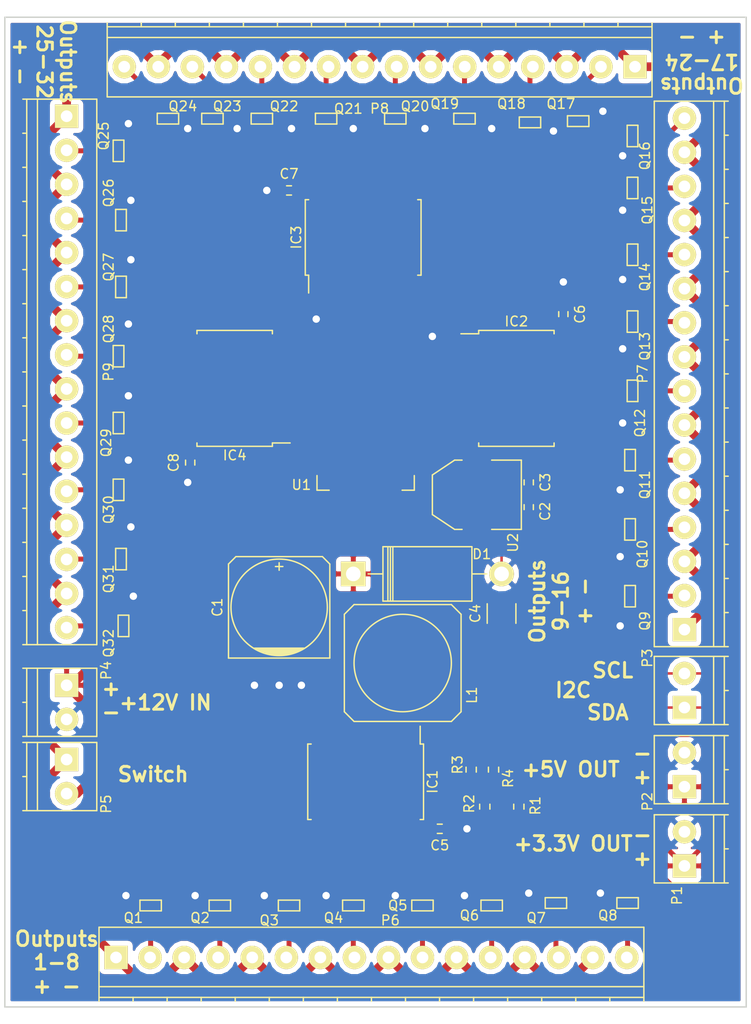
<source format=kicad_pcb>
(kicad_pcb (version 4) (host pcbnew 4.0.1-stable)
  (title_block (title "The Open Bar I/O Board") (date 2016-03-03) (rev A) (company "The Open Bar"))
  (layers (0 F.Cu signal) (31 B.Cu signal hide) (34 B.Paste user) (35 F.Paste user) (36 B.SilkS user) (37 F.SilkS user) (38 B.Mask user) (39 F.Mask user) (44 Edge.Cuts user))
  (net 0 "")
  (net 1 GND)
  (net 2 +3V3)
  (net 3 +5V)
  (net 4 "Net-(IC1-Pad10)")
  (net 5 "Net-(IC1-Pad11)")
  (net 6 "Net-(IC1-Pad12)")
  (net 7 "Net-(IC1-Pad13)")
  (net 8 "Net-(IC1-Pad14)")
  (net 9 "Net-(IC1-Pad15)")
  (net 10 "Net-(IC1-Pad16)")
  (net 11 "Net-(IC1-Pad17)")
  (net 12 "Net-(IC2-Pad10)")
  (net 13 "Net-(IC2-Pad11)")
  (net 14 "Net-(IC2-Pad12)")
  (net 15 "Net-(IC2-Pad13)")
  (net 16 "Net-(IC2-Pad14)")
  (net 17 "Net-(IC2-Pad15)")
  (net 18 "Net-(IC2-Pad16)")
  (net 19 "Net-(IC2-Pad17)")
  (net 20 +12V)
  (net 21 SCL)
  (net 22 SDA)
  (net 23 +12VA)
  (net 24 "Net-(D1-Pad1)")
  (net 25 "/MCP23008 Expander/INT")
  (net 26 "Net-(IC3-Pad10)")
  (net 27 "Net-(IC3-Pad11)")
  (net 28 "Net-(IC3-Pad12)")
  (net 29 "Net-(IC3-Pad13)")
  (net 30 "Net-(IC3-Pad14)")
  (net 31 "Net-(IC3-Pad15)")
  (net 32 "Net-(IC3-Pad16)")
  (net 33 "Net-(IC3-Pad17)")
  (net 34 "Net-(IC4-Pad10)")
  (net 35 "Net-(IC4-Pad11)")
  (net 36 "Net-(IC4-Pad12)")
  (net 37 "Net-(IC4-Pad13)")
  (net 38 "Net-(IC4-Pad14)")
  (net 39 "Net-(IC4-Pad15)")
  (net 40 "Net-(IC4-Pad16)")
  (net 41 "Net-(IC4-Pad17)")
  (net 42 "Net-(P6-Pad2)")
  (net 43 "Net-(P6-Pad4)")
  (net 44 "Net-(P6-Pad6)")
  (net 45 "Net-(P6-Pad8)")
  (net 46 "Net-(P6-Pad10)")
  (net 47 "Net-(P6-Pad12)")
  (net 48 "Net-(P6-Pad14)")
  (net 49 "Net-(P6-Pad16)")
  (net 50 "Net-(P7-Pad2)")
  (net 51 "Net-(P7-Pad4)")
  (net 52 "Net-(P7-Pad6)")
  (net 53 "Net-(P7-Pad8)")
  (net 54 "Net-(P7-Pad10)")
  (net 55 "Net-(P7-Pad12)")
  (net 56 "Net-(P7-Pad14)")
  (net 57 "Net-(P7-Pad16)")
  (net 58 "Net-(P8-Pad2)")
  (net 59 "Net-(P8-Pad4)")
  (net 60 "Net-(P8-Pad6)")
  (net 61 "Net-(P8-Pad8)")
  (net 62 "Net-(P8-Pad10)")
  (net 63 "Net-(P8-Pad12)")
  (net 64 "Net-(P8-Pad14)")
  (net 65 "Net-(P8-Pad16)")
  (net 66 "Net-(P9-Pad2)")
  (net 67 "Net-(P9-Pad4)")
  (net 68 "Net-(P9-Pad6)")
  (net 69 "Net-(P9-Pad8)")
  (net 70 "Net-(P9-Pad10)")
  (net 71 "Net-(P9-Pad12)")
  (net 72 "Net-(P9-Pad14)")
  (net 73 "Net-(P9-Pad16)")
  (net 74 "/MCP23008 Expander/A2")
  (module Terminal_Blocks:TerminalBlock_Pheonix_PT-3.5mm_2pol (layer F.Cu) (at 185.42 135.382 90)
    (fp_text reference P1 (at -3.048 -0.762 90) (layer F.SilkS))
    (fp_text value CONN_01X02)
    (pad 2 thru_hole circle (at 3.5 0 90) (size 2.4 2.4) (drill 1.2) (layers *.Cu *.Mask F.SilkS) (net 1 GND))
    (pad 1 thru_hole rect (at 0 0 90) (size 2.4 2.4) (drill 1.2) (layers *.Cu *.Mask F.SilkS) (net 2 +3V3))
  )
  (module Terminal_Blocks:TerminalBlock_Pheonix_PT-3.5mm_2pol (layer F.Cu) (at 185.42 127.254 90)
    (fp_text reference P2 (at -1.524 -3.81 90) (layer F.SilkS))
    (fp_text value CONN_01X02)
    (pad 2 thru_hole circle (at 3.5 0 90) (size 2.4 2.4) (drill 1.2) (layers *.Cu *.Mask F.SilkS) (net 1 GND))
    (pad 1 thru_hole rect (at 0 0 90) (size 2.4 2.4) (drill 1.2) (layers *.Cu *.Mask F.SilkS) (net 3 +5V))
  )
  (module Resistors_SMD:R_0402 (layer F.Cu) (at 163.5 125.5 90)
    (fp_text reference R3 (at 0.5 -1.4 90) (layer F.SilkS))
    (fp_text value 1k)
    (pad 1 smd rect (at -0.45 0 90) (size 0.4 0.6) (layers F.Cu F.Paste F.Mask) (net 2 +3V3))
    (pad 2 smd rect (at 0.45 0 90) (size 0.4 0.6) (layers F.Cu F.Paste F.Mask) (net 22 SDA))
  )
  (module Resistors_SMD:R_0402 (layer F.Cu) (at 165.8 125.5 90)
    (fp_text reference R4 (at -0.9 1.5 90) (layer F.SilkS))
    (fp_text value 1k)
    (pad 1 smd rect (at -0.45 0 90) (size 0.4 0.6) (layers F.Cu F.Paste F.Mask) (net 2 +3V3))
    (pad 2 smd rect (at 0.45 0 90) (size 0.4 0.6) (layers F.Cu F.Paste F.Mask) (net 21 SCL))
  )
  (module Capacitors_SMD:c_elec_10x10 (layer F.Cu) (at 143.764 108.839 90)
    (fp_text reference C1 (at 0 -6.35 90) (layer F.SilkS))
    (fp_text value 470uF)
    (pad 1 smd rect (at 4.0005 0 90) (size 4.0005 2.4003) (layers F.Cu F.Paste F.Mask) (net 23 +12VA))
    (pad 2 smd rect (at -4.0005 0 90) (size 4.0005 2.4003) (layers F.Cu F.Paste F.Mask) (net 1 GND))
  )
  (module Capacitors_SMD:C_0402 (layer F.Cu) (at 169.418 98.552 90)
    (fp_text reference C2 (at -0.448 1.682 90) (layer F.SilkS))
    (fp_text value 1uF)
    (pad 1 smd rect (at -0.55 0 90) (size 0.6 0.5) (layers F.Cu F.Paste F.Mask) (net 3 +5V))
    (pad 2 smd rect (at 0.55 0 90) (size 0.6 0.5) (layers F.Cu F.Paste F.Mask) (net 1 GND))
  )
  (module Capacitors_SMD:C_0402 (layer F.Cu) (at 169.418 96.012 270)
    (fp_text reference C3 (at 0 -1.7 270) (layer F.SilkS))
    (fp_text value 1uF)
    (pad 1 smd rect (at -0.55 0 270) (size 0.6 0.5) (layers F.Cu F.Paste F.Mask) (net 2 +3V3))
    (pad 2 smd rect (at 0.55 0 270) (size 0.6 0.5) (layers F.Cu F.Paste F.Mask) (net 1 GND))
  )
  (module Capacitors_SMD:C_1210 (layer F.Cu) (at 166.624 109.474 90)
    (fp_text reference C4 (at 0 -2.7 90) (layer F.SilkS))
    (fp_text value 220uF)
    (pad 1 smd rect (at -1.5 0 90) (size 1 2.5) (layers F.Cu F.Paste F.Mask) (net 3 +5V))
    (pad 2 smd rect (at 1.5 0 90) (size 1 2.5) (layers F.Cu F.Paste F.Mask) (net 1 GND))
  )
  (module Capacitors_SMD:C_0402 (layer F.Cu) (at 160.274 131.572 180)
    (fp_text reference C5 (at 0 -1.7 180) (layer F.SilkS))
    (fp_text value 0.1uF)
    (pad 1 smd rect (at -0.55 0 180) (size 0.6 0.5) (layers F.Cu F.Paste F.Mask) (net 1 GND))
    (pad 2 smd rect (at 0.55 0 180) (size 0.6 0.5) (layers F.Cu F.Paste F.Mask) (net 2 +3V3))
  )
  (module Capacitors_SMD:C_0402 (layer F.Cu) (at 172.974 78.74 270)
    (fp_text reference C6 (at 0 -1.7 270) (layer F.SilkS))
    (fp_text value 0.1uF)
    (pad 1 smd rect (at -0.55 0 270) (size 0.6 0.5) (layers F.Cu F.Paste F.Mask) (net 1 GND))
    (pad 2 smd rect (at 0.55 0 270) (size 0.6 0.5) (layers F.Cu F.Paste F.Mask) (net 2 +3V3))
  )
  (module Capacitors_SMD:C_0402 (layer F.Cu) (at 144.78 66.04)
    (fp_text reference C7 (at 0 -1.7) (layer F.SilkS))
    (fp_text value 0.1uF)
    (pad 1 smd rect (at -0.55 0) (size 0.6 0.5) (layers F.Cu F.Paste F.Mask) (net 1 GND))
    (pad 2 smd rect (at 0.55 0) (size 0.6 0.5) (layers F.Cu F.Paste F.Mask) (net 2 +3V3))
  )
  (module Capacitors_SMD:C_0402 (layer F.Cu) (at 134.62 93.98 90)
    (fp_text reference C8 (at 0 -1.7 90) (layer F.SilkS))
    (fp_text value 0.1uF)
    (pad 1 smd rect (at -0.55 0 90) (size 0.6 0.5) (layers F.Cu F.Paste F.Mask) (net 1 GND))
    (pad 2 smd rect (at 0.55 0 90) (size 0.6 0.5) (layers F.Cu F.Paste F.Mask) (net 2 +3V3))
  )
  (module Diodes_ThroughHole:Diode_DO-201AD_Horizontal_RM15 (layer F.Cu) (at 151.384 105.41)
    (fp_text reference D1 (at 13.208 -2.032) (layer F.SilkS))
    (fp_text value D_Schottky)
    (pad 2 thru_hole circle (at 15.24122 -0.00296 180) (size 2.54 2.54) (drill 1.50114) (layers *.Cu *.Mask F.SilkS) (net 1 GND))
    (pad 1 thru_hole rect (at 0.00122 -0.00296 180) (size 2.54 2.54) (drill 1.50114) (layers *.Cu *.Mask F.SilkS) (net 24 "Net-(D1-Pad1)"))
  )
  (module Housings_SOIC:SOIC-18_7.5x11.6mm_Pitch1.27mm (layer F.Cu) (at 152.654 126.746 270)
    (fp_text reference IC1 (at 0 -6.875 270) (layer F.SilkS))
    (fp_text value MCP23008)
    (pad 1 smd rect (at -4.7 -5.08 270) (size 2 0.6) (layers F.Cu F.Paste F.Mask) (net 21 SCL))
    (pad 2 smd rect (at -4.7 -3.81 270) (size 2 0.6) (layers F.Cu F.Paste F.Mask) (net 22 SDA))
    (pad 3 smd rect (at -4.7 -2.54 270) (size 2 0.6) (layers F.Cu F.Paste F.Mask) (net 74 "/MCP23008 Expander/A2"))
    (pad 4 smd rect (at -4.7 -1.27 270) (size 2 0.6) (layers F.Cu F.Paste F.Mask) (net 1 GND))
    (pad 5 smd rect (at -4.7 0 270) (size 2 0.6) (layers F.Cu F.Paste F.Mask) (net 1 GND))
    (pad 6 smd rect (at -4.7 1.27 270) (size 2 0.6) (layers F.Cu F.Paste F.Mask) (net 2 +3V3))
    (pad 7 smd rect (at -4.7 2.54 270) (size 2 0.6) (layers F.Cu F.Paste F.Mask))
    (pad 8 smd rect (at -4.7 3.81 270) (size 2 0.6) (layers F.Cu F.Paste F.Mask) (net 25 "/MCP23008 Expander/INT"))
    (pad 9 smd rect (at -4.7 5.08 270) (size 2 0.6) (layers F.Cu F.Paste F.Mask) (net 1 GND))
    (pad 10 smd rect (at 4.7 5.08 270) (size 2 0.6) (layers F.Cu F.Paste F.Mask) (net 4 "Net-(IC1-Pad10)"))
    (pad 11 smd rect (at 4.7 3.81 270) (size 2 0.6) (layers F.Cu F.Paste F.Mask) (net 5 "Net-(IC1-Pad11)"))
    (pad 12 smd rect (at 4.7 2.54 270) (size 2 0.6) (layers F.Cu F.Paste F.Mask) (net 6 "Net-(IC1-Pad12)"))
    (pad 13 smd rect (at 4.7 1.27 270) (size 2 0.6) (layers F.Cu F.Paste F.Mask) (net 7 "Net-(IC1-Pad13)"))
    (pad 14 smd rect (at 4.7 0 270) (size 2 0.6) (layers F.Cu F.Paste F.Mask) (net 8 "Net-(IC1-Pad14)"))
    (pad 15 smd rect (at 4.7 -1.27 270) (size 2 0.6) (layers F.Cu F.Paste F.Mask) (net 9 "Net-(IC1-Pad15)"))
    (pad 16 smd rect (at 4.7 -2.54 270) (size 2 0.6) (layers F.Cu F.Paste F.Mask) (net 10 "Net-(IC1-Pad16)"))
    (pad 17 smd rect (at 4.7 -3.81 270) (size 2 0.6) (layers F.Cu F.Paste F.Mask) (net 11 "Net-(IC1-Pad17)"))
    (pad 18 smd rect (at 4.7 -5.08 270) (size 2 0.6) (layers F.Cu F.Paste F.Mask) (net 2 +3V3))
  )
  (module Housings_SOIC:SOIC-18_7.5x11.6mm_Pitch1.27mm (layer F.Cu) (at 168.148 86.36)
    (fp_text reference IC2 (at 0 -6.875) (layer F.SilkS))
    (fp_text value MCP23008)
    (pad 1 smd rect (at -4.7 -5.08) (size 2 0.6) (layers F.Cu F.Paste F.Mask) (net 21 SCL))
    (pad 2 smd rect (at -4.7 -3.81) (size 2 0.6) (layers F.Cu F.Paste F.Mask) (net 22 SDA))
    (pad 3 smd rect (at -4.7 -2.54) (size 2 0.6) (layers F.Cu F.Paste F.Mask) (net 74 "/MCP23008 Expander/A2"))
    (pad 4 smd rect (at -4.7 -1.27) (size 2 0.6) (layers F.Cu F.Paste F.Mask) (net 1 GND))
    (pad 5 smd rect (at -4.7 0) (size 2 0.6) (layers F.Cu F.Paste F.Mask) (net 2 +3V3))
    (pad 6 smd rect (at -4.7 1.27) (size 2 0.6) (layers F.Cu F.Paste F.Mask) (net 2 +3V3))
    (pad 7 smd rect (at -4.7 2.54) (size 2 0.6) (layers F.Cu F.Paste F.Mask))
    (pad 8 smd rect (at -4.7 3.81) (size 2 0.6) (layers F.Cu F.Paste F.Mask) (net 25 "/MCP23008 Expander/INT"))
    (pad 9 smd rect (at -4.7 5.08) (size 2 0.6) (layers F.Cu F.Paste F.Mask) (net 1 GND))
    (pad 10 smd rect (at 4.7 5.08) (size 2 0.6) (layers F.Cu F.Paste F.Mask) (net 12 "Net-(IC2-Pad10)"))
    (pad 11 smd rect (at 4.7 3.81) (size 2 0.6) (layers F.Cu F.Paste F.Mask) (net 13 "Net-(IC2-Pad11)"))
    (pad 12 smd rect (at 4.7 2.54) (size 2 0.6) (layers F.Cu F.Paste F.Mask) (net 14 "Net-(IC2-Pad12)"))
    (pad 13 smd rect (at 4.7 1.27) (size 2 0.6) (layers F.Cu F.Paste F.Mask) (net 15 "Net-(IC2-Pad13)"))
    (pad 14 smd rect (at 4.7 0) (size 2 0.6) (layers F.Cu F.Paste F.Mask) (net 16 "Net-(IC2-Pad14)"))
    (pad 15 smd rect (at 4.7 -1.27) (size 2 0.6) (layers F.Cu F.Paste F.Mask) (net 17 "Net-(IC2-Pad15)"))
    (pad 16 smd rect (at 4.7 -2.54) (size 2 0.6) (layers F.Cu F.Paste F.Mask) (net 18 "Net-(IC2-Pad16)"))
    (pad 17 smd rect (at 4.7 -3.81) (size 2 0.6) (layers F.Cu F.Paste F.Mask) (net 19 "Net-(IC2-Pad17)"))
    (pad 18 smd rect (at 4.7 -5.08) (size 2 0.6) (layers F.Cu F.Paste F.Mask) (net 2 +3V3))
  )
  (module Housings_SOIC:SOIC-18_7.5x11.6mm_Pitch1.27mm (layer F.Cu) (at 152.4 70.866 90)
    (fp_text reference IC3 (at 0 -6.875 90) (layer F.SilkS))
    (fp_text value MCP23008)
    (pad 1 smd rect (at -4.7 -5.08 90) (size 2 0.6) (layers F.Cu F.Paste F.Mask) (net 21 SCL))
    (pad 2 smd rect (at -4.7 -3.81 90) (size 2 0.6) (layers F.Cu F.Paste F.Mask) (net 22 SDA))
    (pad 3 smd rect (at -4.7 -2.54 90) (size 2 0.6) (layers F.Cu F.Paste F.Mask) (net 74 "/MCP23008 Expander/A2"))
    (pad 4 smd rect (at -4.7 -1.27 90) (size 2 0.6) (layers F.Cu F.Paste F.Mask) (net 2 +3V3))
    (pad 5 smd rect (at -4.7 0 90) (size 2 0.6) (layers F.Cu F.Paste F.Mask) (net 1 GND))
    (pad 6 smd rect (at -4.7 1.27 90) (size 2 0.6) (layers F.Cu F.Paste F.Mask) (net 2 +3V3))
    (pad 7 smd rect (at -4.7 2.54 90) (size 2 0.6) (layers F.Cu F.Paste F.Mask))
    (pad 8 smd rect (at -4.7 3.81 90) (size 2 0.6) (layers F.Cu F.Paste F.Mask) (net 25 "/MCP23008 Expander/INT"))
    (pad 9 smd rect (at -4.7 5.08 90) (size 2 0.6) (layers F.Cu F.Paste F.Mask) (net 1 GND))
    (pad 10 smd rect (at 4.7 5.08 90) (size 2 0.6) (layers F.Cu F.Paste F.Mask) (net 26 "Net-(IC3-Pad10)"))
    (pad 11 smd rect (at 4.7 3.81 90) (size 2 0.6) (layers F.Cu F.Paste F.Mask) (net 27 "Net-(IC3-Pad11)"))
    (pad 12 smd rect (at 4.7 2.54 90) (size 2 0.6) (layers F.Cu F.Paste F.Mask) (net 28 "Net-(IC3-Pad12)"))
    (pad 13 smd rect (at 4.7 1.27 90) (size 2 0.6) (layers F.Cu F.Paste F.Mask) (net 29 "Net-(IC3-Pad13)"))
    (pad 14 smd rect (at 4.7 0 90) (size 2 0.6) (layers F.Cu F.Paste F.Mask) (net 30 "Net-(IC3-Pad14)"))
    (pad 15 smd rect (at 4.7 -1.27 90) (size 2 0.6) (layers F.Cu F.Paste F.Mask) (net 31 "Net-(IC3-Pad15)"))
    (pad 16 smd rect (at 4.7 -2.54 90) (size 2 0.6) (layers F.Cu F.Paste F.Mask) (net 32 "Net-(IC3-Pad16)"))
    (pad 17 smd rect (at 4.7 -3.81 90) (size 2 0.6) (layers F.Cu F.Paste F.Mask) (net 33 "Net-(IC3-Pad17)"))
    (pad 18 smd rect (at 4.7 -5.08 90) (size 2 0.6) (layers F.Cu F.Paste F.Mask) (net 2 +3V3))
  )
  (module Housings_SOIC:SOIC-18_7.5x11.6mm_Pitch1.27mm (layer F.Cu) (at 139.192 86.36 180)
    (fp_text reference IC4 (at 0 -6.875 180) (layer F.SilkS))
    (fp_text value MCP23008)
    (pad 1 smd rect (at -4.7 -5.08 180) (size 2 0.6) (layers F.Cu F.Paste F.Mask) (net 21 SCL))
    (pad 2 smd rect (at -4.7 -3.81 180) (size 2 0.6) (layers F.Cu F.Paste F.Mask) (net 22 SDA))
    (pad 3 smd rect (at -4.7 -2.54 180) (size 2 0.6) (layers F.Cu F.Paste F.Mask) (net 74 "/MCP23008 Expander/A2"))
    (pad 4 smd rect (at -4.7 -1.27 180) (size 2 0.6) (layers F.Cu F.Paste F.Mask) (net 2 +3V3))
    (pad 5 smd rect (at -4.7 0 180) (size 2 0.6) (layers F.Cu F.Paste F.Mask) (net 2 +3V3))
    (pad 6 smd rect (at -4.7 1.27 180) (size 2 0.6) (layers F.Cu F.Paste F.Mask) (net 2 +3V3))
    (pad 7 smd rect (at -4.7 2.54 180) (size 2 0.6) (layers F.Cu F.Paste F.Mask))
    (pad 8 smd rect (at -4.7 3.81 180) (size 2 0.6) (layers F.Cu F.Paste F.Mask) (net 25 "/MCP23008 Expander/INT"))
    (pad 9 smd rect (at -4.7 5.08 180) (size 2 0.6) (layers F.Cu F.Paste F.Mask) (net 1 GND))
    (pad 10 smd rect (at 4.7 5.08 180) (size 2 0.6) (layers F.Cu F.Paste F.Mask) (net 34 "Net-(IC4-Pad10)"))
    (pad 11 smd rect (at 4.7 3.81 180) (size 2 0.6) (layers F.Cu F.Paste F.Mask) (net 35 "Net-(IC4-Pad11)"))
    (pad 12 smd rect (at 4.7 2.54 180) (size 2 0.6) (layers F.Cu F.Paste F.Mask) (net 36 "Net-(IC4-Pad12)"))
    (pad 13 smd rect (at 4.7 1.27 180) (size 2 0.6) (layers F.Cu F.Paste F.Mask) (net 37 "Net-(IC4-Pad13)"))
    (pad 14 smd rect (at 4.7 0 180) (size 2 0.6) (layers F.Cu F.Paste F.Mask) (net 38 "Net-(IC4-Pad14)"))
    (pad 15 smd rect (at 4.7 -1.27 180) (size 2 0.6) (layers F.Cu F.Paste F.Mask) (net 39 "Net-(IC4-Pad15)"))
    (pad 16 smd rect (at 4.7 -2.54 180) (size 2 0.6) (layers F.Cu F.Paste F.Mask) (net 40 "Net-(IC4-Pad16)"))
    (pad 17 smd rect (at 4.7 -3.81 180) (size 2 0.6) (layers F.Cu F.Paste F.Mask) (net 41 "Net-(IC4-Pad17)"))
    (pad 18 smd rect (at 4.7 -5.08 180) (size 2 0.6) (layers F.Cu F.Paste F.Mask) (net 2 +3V3))
  )
  (module Inductors:SELF-WE-PD-XXL (layer F.Cu) (at 156.464 114.554)
    (fp_text reference L1 (at 7.112 3.302 90) (layer F.SilkS))
    (fp_text value 22uH)
    (fp_text user "" (at 0 0) (layer F.SilkS))
    (fp_text user "" (at 0 0) (layer F.SilkS))
    (pad 1 smd rect (at -5.00126 0) (size 2.90068 5.40004) (layers F.Cu F.Paste F.Mask) (net 24 "Net-(D1-Pad1)"))
    (pad 2 smd rect (at 5.00126 0) (size 2.90068 5.40004) (layers F.Cu F.Paste F.Mask) (net 3 +5V))
  )
  (module Terminal_Blocks:TerminalBlock_Pheonix_PT-3.5mm_2pol (layer F.Cu) (at 185.42 119.126 90)
    (fp_text reference P3 (at 5.08 -3.81 90) (layer F.SilkS))
    (fp_text value CONN_01X02)
    (pad 2 thru_hole circle (at 3.5 0 90) (size 2.4 2.4) (drill 1.2) (layers *.Cu *.Mask F.SilkS) (net 21 SCL))
    (pad 1 thru_hole rect (at 0 0 90) (size 2.4 2.4) (drill 1.2) (layers *.Cu *.Mask F.SilkS) (net 22 SDA))
  )
  (module Terminal_Blocks:TerminalBlock_Pheonix_PT-3.5mm_2pol (layer F.Cu) (at 121.92 116.84 270)
    (fp_text reference P4 (at -1.524 -4.064 270) (layer F.SilkS))
    (fp_text value CONN_01X02)
    (pad 2 thru_hole circle (at 3.5 0 270) (size 2.4 2.4) (drill 1.2) (layers *.Cu *.Mask F.SilkS) (net 1 GND))
    (pad 1 thru_hole rect (at 0 0 270) (size 2.4 2.4) (drill 1.2) (layers *.Cu *.Mask F.SilkS) (net 23 +12VA))
  )
  (module Terminal_Blocks:TerminalBlock_Pheonix_PT-3.5mm_2pol (layer F.Cu) (at 121.92 124.46 270)
    (fp_text reference P5 (at 4.572 -4.064 270) (layer F.SilkS))
    (fp_text value CONN_01X02)
    (pad 2 thru_hole circle (at 3.5 0 270) (size 2.4 2.4) (drill 1.2) (layers *.Cu *.Mask F.SilkS) (net 23 +12VA))
    (pad 1 thru_hole rect (at 0 0 270) (size 2.4 2.4) (drill 1.2) (layers *.Cu *.Mask F.SilkS) (net 20 +12V))
  )
  (module Terminal_Blocks:TerminalBlock_Pheonix_PT-3.5mm_16pol (layer F.Cu) (at 127 144.78)
    (fp_text reference P6 (at 28.194 -3.81) (layer F.SilkS))
    (fp_text value CONN_01X16)
    (pad 3 thru_hole circle (at 7 0 180) (size 2.4 2.4) (drill 1.2) (layers *.Cu *.Mask F.SilkS) (net 20 +12V))
    (pad 2 thru_hole circle (at 3.5 0 180) (size 2.4 2.4) (drill 1.2) (layers *.Cu *.Mask F.SilkS) (net 42 "Net-(P6-Pad2)"))
    (pad 4 thru_hole circle (at 10.5 0 180) (size 2.4 2.4) (drill 1.2) (layers *.Cu *.Mask F.SilkS) (net 43 "Net-(P6-Pad4)"))
    (pad 5 thru_hole circle (at 14 0 180) (size 2.4 2.4) (drill 1.2) (layers *.Cu *.Mask F.SilkS) (net 20 +12V))
    (pad 6 thru_hole circle (at 17.5 0 180) (size 2.4 2.4) (drill 1.2) (layers *.Cu *.Mask F.SilkS) (net 44 "Net-(P6-Pad6)"))
    (pad 7 thru_hole circle (at 21 0 180) (size 2.4 2.4) (drill 1.2) (layers *.Cu *.Mask F.SilkS) (net 20 +12V))
    (pad 1 thru_hole rect (at 0 0 180) (size 2.4 2.4) (drill 1.2) (layers *.Cu *.Mask F.SilkS) (net 20 +12V))
    (pad 8 thru_hole circle (at 24.5 0 180) (size 2.4 2.4) (drill 1.2) (layers *.Cu *.Mask F.SilkS) (net 45 "Net-(P6-Pad8)"))
    (pad 9 thru_hole circle (at 28 0 180) (size 2.4 2.4) (drill 1.2) (layers *.Cu *.Mask F.SilkS) (net 20 +12V))
    (pad 10 thru_hole circle (at 31.5 0 180) (size 2.4 2.4) (drill 1.2) (layers *.Cu *.Mask F.SilkS) (net 46 "Net-(P6-Pad10)"))
    (pad 11 thru_hole circle (at 35 0 180) (size 2.4 2.4) (drill 1.2) (layers *.Cu *.Mask F.SilkS) (net 20 +12V))
    (pad 12 thru_hole circle (at 38.5 0 180) (size 2.4 2.4) (drill 1.2) (layers *.Cu *.Mask F.SilkS) (net 47 "Net-(P6-Pad12)"))
    (pad 13 thru_hole circle (at 42 0 180) (size 2.4 2.4) (drill 1.2) (layers *.Cu *.Mask F.SilkS) (net 20 +12V))
    (pad 14 thru_hole circle (at 45.5 0 180) (size 2.4 2.4) (drill 1.2) (layers *.Cu *.Mask F.SilkS) (net 48 "Net-(P6-Pad14)"))
    (pad 15 thru_hole circle (at 49 0 180) (size 2.4 2.4) (drill 1.2) (layers *.Cu *.Mask F.SilkS) (net 20 +12V))
    (pad 16 thru_hole circle (at 52.5 0 180) (size 2.4 2.4) (drill 1.2) (layers *.Cu *.Mask F.SilkS) (net 49 "Net-(P6-Pad16)"))
  )
  (module Terminal_Blocks:TerminalBlock_Pheonix_PT-3.5mm_16pol (layer F.Cu) (at 185.42 111.125 90)
    (fp_text reference P7 (at 26.25 -4.3 90) (layer F.SilkS))
    (fp_text value CONN_01X16)
    (pad 3 thru_hole circle (at 7 0 270) (size 2.4 2.4) (drill 1.2) (layers *.Cu *.Mask F.SilkS) (net 20 +12V))
    (pad 2 thru_hole circle (at 3.5 0 270) (size 2.4 2.4) (drill 1.2) (layers *.Cu *.Mask F.SilkS) (net 50 "Net-(P7-Pad2)"))
    (pad 4 thru_hole circle (at 10.5 0 270) (size 2.4 2.4) (drill 1.2) (layers *.Cu *.Mask F.SilkS) (net 51 "Net-(P7-Pad4)"))
    (pad 5 thru_hole circle (at 14 0 270) (size 2.4 2.4) (drill 1.2) (layers *.Cu *.Mask F.SilkS) (net 20 +12V))
    (pad 6 thru_hole circle (at 17.5 0 270) (size 2.4 2.4) (drill 1.2) (layers *.Cu *.Mask F.SilkS) (net 52 "Net-(P7-Pad6)"))
    (pad 7 thru_hole circle (at 21 0 270) (size 2.4 2.4) (drill 1.2) (layers *.Cu *.Mask F.SilkS) (net 20 +12V))
    (pad 1 thru_hole rect (at 0 0 270) (size 2.4 2.4) (drill 1.2) (layers *.Cu *.Mask F.SilkS) (net 20 +12V))
    (pad 8 thru_hole circle (at 24.5 0 270) (size 2.4 2.4) (drill 1.2) (layers *.Cu *.Mask F.SilkS) (net 53 "Net-(P7-Pad8)"))
    (pad 9 thru_hole circle (at 28 0 270) (size 2.4 2.4) (drill 1.2) (layers *.Cu *.Mask F.SilkS) (net 20 +12V))
    (pad 10 thru_hole circle (at 31.5 0 270) (size 2.4 2.4) (drill 1.2) (layers *.Cu *.Mask F.SilkS) (net 54 "Net-(P7-Pad10)"))
    (pad 11 thru_hole circle (at 35 0 270) (size 2.4 2.4) (drill 1.2) (layers *.Cu *.Mask F.SilkS) (net 20 +12V))
    (pad 12 thru_hole circle (at 38.5 0 270) (size 2.4 2.4) (drill 1.2) (layers *.Cu *.Mask F.SilkS) (net 55 "Net-(P7-Pad12)"))
    (pad 13 thru_hole circle (at 42 0 270) (size 2.4 2.4) (drill 1.2) (layers *.Cu *.Mask F.SilkS) (net 20 +12V))
    (pad 14 thru_hole circle (at 45.5 0 270) (size 2.4 2.4) (drill 1.2) (layers *.Cu *.Mask F.SilkS) (net 56 "Net-(P7-Pad14)"))
    (pad 15 thru_hole circle (at 49 0 270) (size 2.4 2.4) (drill 1.2) (layers *.Cu *.Mask F.SilkS) (net 20 +12V))
    (pad 16 thru_hole circle (at 52.5 0 270) (size 2.4 2.4) (drill 1.2) (layers *.Cu *.Mask F.SilkS) (net 57 "Net-(P7-Pad16)"))
  )
  (module Terminal_Blocks:TerminalBlock_Pheonix_PT-3.5mm_16pol (layer F.Cu) (at 180.34 53.34 180)
    (fp_text reference P8 (at 26.25 -4.3 180) (layer F.SilkS))
    (fp_text value CONN_01X16)
    (pad 3 thru_hole circle (at 7 0) (size 2.4 2.4) (drill 1.2) (layers *.Cu *.Mask F.SilkS) (net 20 +12V))
    (pad 2 thru_hole circle (at 3.5 0) (size 2.4 2.4) (drill 1.2) (layers *.Cu *.Mask F.SilkS) (net 58 "Net-(P8-Pad2)"))
    (pad 4 thru_hole circle (at 10.5 0) (size 2.4 2.4) (drill 1.2) (layers *.Cu *.Mask F.SilkS) (net 59 "Net-(P8-Pad4)"))
    (pad 5 thru_hole circle (at 14 0) (size 2.4 2.4) (drill 1.2) (layers *.Cu *.Mask F.SilkS) (net 20 +12V))
    (pad 6 thru_hole circle (at 17.5 0) (size 2.4 2.4) (drill 1.2) (layers *.Cu *.Mask F.SilkS) (net 60 "Net-(P8-Pad6)"))
    (pad 7 thru_hole circle (at 21 0) (size 2.4 2.4) (drill 1.2) (layers *.Cu *.Mask F.SilkS) (net 20 +12V))
    (pad 1 thru_hole rect (at 0 0) (size 2.4 2.4) (drill 1.2) (layers *.Cu *.Mask F.SilkS) (net 20 +12V))
    (pad 8 thru_hole circle (at 24.5 0) (size 2.4 2.4) (drill 1.2) (layers *.Cu *.Mask F.SilkS) (net 61 "Net-(P8-Pad8)"))
    (pad 9 thru_hole circle (at 28 0) (size 2.4 2.4) (drill 1.2) (layers *.Cu *.Mask F.SilkS) (net 20 +12V))
    (pad 10 thru_hole circle (at 31.5 0) (size 2.4 2.4) (drill 1.2) (layers *.Cu *.Mask F.SilkS) (net 62 "Net-(P8-Pad10)"))
    (pad 11 thru_hole circle (at 35 0) (size 2.4 2.4) (drill 1.2) (layers *.Cu *.Mask F.SilkS) (net 20 +12V))
    (pad 12 thru_hole circle (at 38.5 0) (size 2.4 2.4) (drill 1.2) (layers *.Cu *.Mask F.SilkS) (net 63 "Net-(P8-Pad12)"))
    (pad 13 thru_hole circle (at 42 0) (size 2.4 2.4) (drill 1.2) (layers *.Cu *.Mask F.SilkS) (net 20 +12V))
    (pad 14 thru_hole circle (at 45.5 0) (size 2.4 2.4) (drill 1.2) (layers *.Cu *.Mask F.SilkS) (net 64 "Net-(P8-Pad14)"))
    (pad 15 thru_hole circle (at 49 0) (size 2.4 2.4) (drill 1.2) (layers *.Cu *.Mask F.SilkS) (net 20 +12V))
    (pad 16 thru_hole circle (at 52.5 0) (size 2.4 2.4) (drill 1.2) (layers *.Cu *.Mask F.SilkS) (net 65 "Net-(P8-Pad16)"))
  )
  (module Terminal_Blocks:TerminalBlock_Pheonix_PT-3.5mm_16pol (layer F.Cu) (at 121.92 58.42 270)
    (fp_text reference P9 (at 26.25 -4.3 270) (layer F.SilkS))
    (fp_text value CONN_01X16)
    (pad 3 thru_hole circle (at 7 0 90) (size 2.4 2.4) (drill 1.2) (layers *.Cu *.Mask F.SilkS) (net 20 +12V))
    (pad 2 thru_hole circle (at 3.5 0 90) (size 2.4 2.4) (drill 1.2) (layers *.Cu *.Mask F.SilkS) (net 66 "Net-(P9-Pad2)"))
    (pad 4 thru_hole circle (at 10.5 0 90) (size 2.4 2.4) (drill 1.2) (layers *.Cu *.Mask F.SilkS) (net 67 "Net-(P9-Pad4)"))
    (pad 5 thru_hole circle (at 14 0 90) (size 2.4 2.4) (drill 1.2) (layers *.Cu *.Mask F.SilkS) (net 20 +12V))
    (pad 6 thru_hole circle (at 17.5 0 90) (size 2.4 2.4) (drill 1.2) (layers *.Cu *.Mask F.SilkS) (net 68 "Net-(P9-Pad6)"))
    (pad 7 thru_hole circle (at 21 0 90) (size 2.4 2.4) (drill 1.2) (layers *.Cu *.Mask F.SilkS) (net 20 +12V))
    (pad 1 thru_hole rect (at 0 0 90) (size 2.4 2.4) (drill 1.2) (layers *.Cu *.Mask F.SilkS) (net 20 +12V))
    (pad 8 thru_hole circle (at 24.5 0 90) (size 2.4 2.4) (drill 1.2) (layers *.Cu *.Mask F.SilkS) (net 69 "Net-(P9-Pad8)"))
    (pad 9 thru_hole circle (at 28 0 90) (size 2.4 2.4) (drill 1.2) (layers *.Cu *.Mask F.SilkS) (net 20 +12V))
    (pad 10 thru_hole circle (at 31.5 0 90) (size 2.4 2.4) (drill 1.2) (layers *.Cu *.Mask F.SilkS) (net 70 "Net-(P9-Pad10)"))
    (pad 11 thru_hole circle (at 35 0 90) (size 2.4 2.4) (drill 1.2) (layers *.Cu *.Mask F.SilkS) (net 20 +12V))
    (pad 12 thru_hole circle (at 38.5 0 90) (size 2.4 2.4) (drill 1.2) (layers *.Cu *.Mask F.SilkS) (net 71 "Net-(P9-Pad12)"))
    (pad 13 thru_hole circle (at 42 0 90) (size 2.4 2.4) (drill 1.2) (layers *.Cu *.Mask F.SilkS) (net 20 +12V))
    (pad 14 thru_hole circle (at 45.5 0 90) (size 2.4 2.4) (drill 1.2) (layers *.Cu *.Mask F.SilkS) (net 72 "Net-(P9-Pad14)"))
    (pad 15 thru_hole circle (at 49 0 90) (size 2.4 2.4) (drill 1.2) (layers *.Cu *.Mask F.SilkS) (net 20 +12V))
    (pad 16 thru_hole circle (at 52.5 0 90) (size 2.4 2.4) (drill 1.2) (layers *.Cu *.Mask F.SilkS) (net 73 "Net-(P9-Pad16)"))
  )
  (module TO_SOT_Packages_SMD:SC-70 (layer F.Cu) (at 130.556 139.446 180)
    (fp_text reference Q1 (at 1.778 -1.27 180) (layer F.SilkS))
    (fp_text value MTM232270LBF)
    (pad 1 smd rect (at -0.6604 1.016 180) (size 0.4572 0.7112) (layers F.Cu F.Paste F.Mask) (net 4 "Net-(IC1-Pad10)"))
    (pad 2 smd rect (at 0.6604 1.016 180) (size 0.4572 0.7112) (layers F.Cu F.Paste F.Mask) (net 1 GND))
    (pad 3 smd rect (at 0 -1.016 180) (size 0.4572 0.7112) (layers F.Cu F.Paste F.Mask) (net 42 "Net-(P6-Pad2)"))
  )
  (module TO_SOT_Packages_SMD:SC-70 (layer F.Cu) (at 137.668 139.446 180)
    (fp_text reference Q2 (at 2.032 -1.27 180) (layer F.SilkS))
    (fp_text value MTM232270LBF)
    (pad 1 smd rect (at -0.6604 1.016 180) (size 0.4572 0.7112) (layers F.Cu F.Paste F.Mask) (net 5 "Net-(IC1-Pad11)"))
    (pad 2 smd rect (at 0.6604 1.016 180) (size 0.4572 0.7112) (layers F.Cu F.Paste F.Mask) (net 1 GND))
    (pad 3 smd rect (at 0 -1.016 180) (size 0.4572 0.7112) (layers F.Cu F.Paste F.Mask) (net 43 "Net-(P6-Pad4)"))
  )
  (module TO_SOT_Packages_SMD:SC-70 (layer F.Cu) (at 144.78 139.446 180)
    (fp_text reference Q3 (at 2.032 -1.524 180) (layer F.SilkS))
    (fp_text value MTM232270LBF)
    (pad 1 smd rect (at -0.6604 1.016 180) (size 0.4572 0.7112) (layers F.Cu F.Paste F.Mask) (net 6 "Net-(IC1-Pad12)"))
    (pad 2 smd rect (at 0.6604 1.016 180) (size 0.4572 0.7112) (layers F.Cu F.Paste F.Mask) (net 1 GND))
    (pad 3 smd rect (at 0 -1.016 180) (size 0.4572 0.7112) (layers F.Cu F.Paste F.Mask) (net 44 "Net-(P6-Pad6)"))
  )
  (module TO_SOT_Packages_SMD:SC-70 (layer F.Cu) (at 151.384 139.446 180)
    (fp_text reference Q4 (at 2.032 -1.27 180) (layer F.SilkS))
    (fp_text value MTM232270LBF)
    (pad 1 smd rect (at -0.6604 1.016 180) (size 0.4572 0.7112) (layers F.Cu F.Paste F.Mask) (net 7 "Net-(IC1-Pad13)"))
    (pad 2 smd rect (at 0.6604 1.016 180) (size 0.4572 0.7112) (layers F.Cu F.Paste F.Mask) (net 1 GND))
    (pad 3 smd rect (at 0 -1.016 180) (size 0.4572 0.7112) (layers F.Cu F.Paste F.Mask) (net 45 "Net-(P6-Pad8)"))
  )
  (module TO_SOT_Packages_SMD:SC-70 (layer F.Cu) (at 158.496 139.446 180)
    (fp_text reference Q5 (at 2.54 0 180) (layer F.SilkS))
    (fp_text value MTM232270LBF)
    (pad 1 smd rect (at -0.6604 1.016 180) (size 0.4572 0.7112) (layers F.Cu F.Paste F.Mask) (net 8 "Net-(IC1-Pad14)"))
    (pad 2 smd rect (at 0.6604 1.016 180) (size 0.4572 0.7112) (layers F.Cu F.Paste F.Mask) (net 1 GND))
    (pad 3 smd rect (at 0 -1.016 180) (size 0.4572 0.7112) (layers F.Cu F.Paste F.Mask) (net 46 "Net-(P6-Pad10)"))
  )
  (module TO_SOT_Packages_SMD:SC-70 (layer F.Cu) (at 165.608 139.446 180)
    (fp_text reference Q6 (at 2.286 -1.016 180) (layer F.SilkS))
    (fp_text value MTM232270LBF)
    (pad 1 smd rect (at -0.6604 1.016 180) (size 0.4572 0.7112) (layers F.Cu F.Paste F.Mask) (net 9 "Net-(IC1-Pad15)"))
    (pad 2 smd rect (at 0.6604 1.016 180) (size 0.4572 0.7112) (layers F.Cu F.Paste F.Mask) (net 1 GND))
    (pad 3 smd rect (at 0 -1.016 180) (size 0.4572 0.7112) (layers F.Cu F.Paste F.Mask) (net 47 "Net-(P6-Pad12)"))
  )
  (module TO_SOT_Packages_SMD:SC-70 (layer F.Cu) (at 172.212 139.192 180)
    (fp_text reference Q7 (at 2.032 -1.524 180) (layer F.SilkS))
    (fp_text value MTM232270LBF)
    (pad 1 smd rect (at -0.6604 1.016 180) (size 0.4572 0.7112) (layers F.Cu F.Paste F.Mask) (net 10 "Net-(IC1-Pad16)"))
    (pad 2 smd rect (at 0.6604 1.016 180) (size 0.4572 0.7112) (layers F.Cu F.Paste F.Mask) (net 1 GND))
    (pad 3 smd rect (at 0 -1.016 180) (size 0.4572 0.7112) (layers F.Cu F.Paste F.Mask) (net 48 "Net-(P6-Pad14)"))
  )
  (module TO_SOT_Packages_SMD:SC-70 (layer F.Cu) (at 179.578 139.192 180)
    (fp_text reference Q8 (at 2.032 -1.27 180) (layer F.SilkS))
    (fp_text value MTM232270LBF)
    (pad 1 smd rect (at -0.6604 1.016 180) (size 0.4572 0.7112) (layers F.Cu F.Paste F.Mask) (net 11 "Net-(IC1-Pad17)"))
    (pad 2 smd rect (at 0.6604 1.016 180) (size 0.4572 0.7112) (layers F.Cu F.Paste F.Mask) (net 1 GND))
    (pad 3 smd rect (at 0 -1.016 180) (size 0.4572 0.7112) (layers F.Cu F.Paste F.Mask) (net 49 "Net-(P6-Pad16)"))
  )
  (module TO_SOT_Packages_SMD:SC-70 (layer F.Cu) (at 179.832 107.696 270)
    (fp_text reference Q9 (at 2.54 -1.524 270) (layer F.SilkS))
    (fp_text value MTM232270LBF)
    (pad 1 smd rect (at -0.6604 1.016 270) (size 0.4572 0.7112) (layers F.Cu F.Paste F.Mask) (net 12 "Net-(IC2-Pad10)"))
    (pad 2 smd rect (at 0.6604 1.016 270) (size 0.4572 0.7112) (layers F.Cu F.Paste F.Mask) (net 1 GND))
    (pad 3 smd rect (at 0 -1.016 270) (size 0.4572 0.7112) (layers F.Cu F.Paste F.Mask) (net 50 "Net-(P7-Pad2)"))
  )
  (module TO_SOT_Packages_SMD:SC-70 (layer F.Cu) (at 179.832 100.838 270)
    (fp_text reference Q10 (at 2.54 -1.27 270) (layer F.SilkS))
    (fp_text value MTM232270LBF)
    (pad 1 smd rect (at -0.6604 1.016 270) (size 0.4572 0.7112) (layers F.Cu F.Paste F.Mask) (net 13 "Net-(IC2-Pad11)"))
    (pad 2 smd rect (at 0.6604 1.016 270) (size 0.4572 0.7112) (layers F.Cu F.Paste F.Mask) (net 1 GND))
    (pad 3 smd rect (at 0 -1.016 270) (size 0.4572 0.7112) (layers F.Cu F.Paste F.Mask) (net 51 "Net-(P7-Pad4)"))
  )
  (module TO_SOT_Packages_SMD:SC-70 (layer F.Cu) (at 179.832 93.726 270)
    (fp_text reference Q11 (at 2.54 -1.524 270) (layer F.SilkS))
    (fp_text value MTM232270LBF)
    (pad 1 smd rect (at -0.6604 1.016 270) (size 0.4572 0.7112) (layers F.Cu F.Paste F.Mask) (net 14 "Net-(IC2-Pad12)"))
    (pad 2 smd rect (at 0.6604 1.016 270) (size 0.4572 0.7112) (layers F.Cu F.Paste F.Mask) (net 1 GND))
    (pad 3 smd rect (at 0 -1.016 270) (size 0.4572 0.7112) (layers F.Cu F.Paste F.Mask) (net 52 "Net-(P7-Pad6)"))
  )
  (module TO_SOT_Packages_SMD:SC-70 (layer F.Cu) (at 180.086 86.614 270)
    (fp_text reference Q12 (at 3.302 -0.762 270) (layer F.SilkS))
    (fp_text value MTM232270LBF)
    (pad 1 smd rect (at -0.6604 1.016 270) (size 0.4572 0.7112) (layers F.Cu F.Paste F.Mask) (net 15 "Net-(IC2-Pad13)"))
    (pad 2 smd rect (at 0.6604 1.016 270) (size 0.4572 0.7112) (layers F.Cu F.Paste F.Mask) (net 1 GND))
    (pad 3 smd rect (at 0 -1.016 270) (size 0.4572 0.7112) (layers F.Cu F.Paste F.Mask) (net 53 "Net-(P7-Pad8)"))
  )
  (module TO_SOT_Packages_SMD:SC-70 (layer F.Cu) (at 180.086 79.502 270)
    (fp_text reference Q13 (at 2.54 -1.27 270) (layer F.SilkS))
    (fp_text value MTM232270LBF)
    (pad 1 smd rect (at -0.6604 1.016 270) (size 0.4572 0.7112) (layers F.Cu F.Paste F.Mask) (net 16 "Net-(IC2-Pad14)"))
    (pad 2 smd rect (at 0.6604 1.016 270) (size 0.4572 0.7112) (layers F.Cu F.Paste F.Mask) (net 1 GND))
    (pad 3 smd rect (at 0 -1.016 270) (size 0.4572 0.7112) (layers F.Cu F.Paste F.Mask) (net 54 "Net-(P7-Pad10)"))
  )
  (module TO_SOT_Packages_SMD:SC-70 (layer F.Cu) (at 180.086 72.644 270)
    (fp_text reference Q14 (at 2.286 -1.27 270) (layer F.SilkS))
    (fp_text value MTM232270LBF)
    (pad 1 smd rect (at -0.6604 1.016 270) (size 0.4572 0.7112) (layers F.Cu F.Paste F.Mask) (net 17 "Net-(IC2-Pad15)"))
    (pad 2 smd rect (at 0.6604 1.016 270) (size 0.4572 0.7112) (layers F.Cu F.Paste F.Mask) (net 1 GND))
    (pad 3 smd rect (at 0 -1.016 270) (size 0.4572 0.7112) (layers F.Cu F.Paste F.Mask) (net 55 "Net-(P7-Pad12)"))
  )
  (module TO_SOT_Packages_SMD:SC-70 (layer F.Cu) (at 180.086 65.786 270)
    (fp_text reference Q15 (at 2.286 -1.524 270) (layer F.SilkS))
    (fp_text value MTM232270LBF)
    (pad 1 smd rect (at -0.6604 1.016 270) (size 0.4572 0.7112) (layers F.Cu F.Paste F.Mask) (net 18 "Net-(IC2-Pad16)"))
    (pad 2 smd rect (at 0.6604 1.016 270) (size 0.4572 0.7112) (layers F.Cu F.Paste F.Mask) (net 1 GND))
    (pad 3 smd rect (at 0 -1.016 270) (size 0.4572 0.7112) (layers F.Cu F.Paste F.Mask) (net 56 "Net-(P7-Pad14)"))
  )
  (module TO_SOT_Packages_SMD:SC-70 (layer F.Cu) (at 180.086 60.452 270)
    (fp_text reference Q16 (at 2.032 -1.27 270) (layer F.SilkS))
    (fp_text value MTM232270LBF)
    (pad 1 smd rect (at -0.6604 1.016 270) (size 0.4572 0.7112) (layers F.Cu F.Paste F.Mask) (net 19 "Net-(IC2-Pad17)"))
    (pad 2 smd rect (at 0.6604 1.016 270) (size 0.4572 0.7112) (layers F.Cu F.Paste F.Mask) (net 1 GND))
    (pad 3 smd rect (at 0 -1.016 270) (size 0.4572 0.7112) (layers F.Cu F.Paste F.Mask) (net 57 "Net-(P7-Pad16)"))
  )
  (module TO_SOT_Packages_SMD:SC-70 (layer F.Cu) (at 174.498 58.928)
    (fp_text reference Q17 (at -1.778 -1.778) (layer F.SilkS))
    (fp_text value MTM232270LBF)
    (pad 1 smd rect (at -0.6604 1.016) (size 0.4572 0.7112) (layers F.Cu F.Paste F.Mask) (net 26 "Net-(IC3-Pad10)"))
    (pad 2 smd rect (at 0.6604 1.016) (size 0.4572 0.7112) (layers F.Cu F.Paste F.Mask) (net 1 GND))
    (pad 3 smd rect (at 0 -1.016) (size 0.4572 0.7112) (layers F.Cu F.Paste F.Mask) (net 58 "Net-(P8-Pad2)"))
  )
  (module TO_SOT_Packages_SMD:SC-70 (layer F.Cu) (at 169.545 59.055)
    (fp_text reference Q18 (at -1.905 -1.905) (layer F.SilkS))
    (fp_text value MTM232270LBF)
    (pad 1 smd rect (at -0.6604 1.016) (size 0.4572 0.7112) (layers F.Cu F.Paste F.Mask) (net 27 "Net-(IC3-Pad11)"))
    (pad 2 smd rect (at 0.6604 1.016) (size 0.4572 0.7112) (layers F.Cu F.Paste F.Mask) (net 1 GND))
    (pad 3 smd rect (at 0 -1.016) (size 0.4572 0.7112) (layers F.Cu F.Paste F.Mask) (net 59 "Net-(P8-Pad4)"))
  )
  (module TO_SOT_Packages_SMD:SC-70 (layer F.Cu) (at 162.814 58.674)
    (fp_text reference Q19 (at -2.032 -1.524) (layer F.SilkS))
    (fp_text value MTM232270LBF)
    (pad 1 smd rect (at -0.6604 1.016) (size 0.4572 0.7112) (layers F.Cu F.Paste F.Mask) (net 28 "Net-(IC3-Pad12)"))
    (pad 2 smd rect (at 0.6604 1.016) (size 0.4572 0.7112) (layers F.Cu F.Paste F.Mask) (net 1 GND))
    (pad 3 smd rect (at 0 -1.016) (size 0.4572 0.7112) (layers F.Cu F.Paste F.Mask) (net 60 "Net-(P8-Pad6)"))
  )
  (module TO_SOT_Packages_SMD:SC-70 (layer F.Cu) (at 155.702 58.674)
    (fp_text reference Q20 (at 2.032 -1.27) (layer F.SilkS))
    (fp_text value MTM232270LBF)
    (pad 1 smd rect (at -0.6604 1.016) (size 0.4572 0.7112) (layers F.Cu F.Paste F.Mask) (net 29 "Net-(IC3-Pad13)"))
    (pad 2 smd rect (at 0.6604 1.016) (size 0.4572 0.7112) (layers F.Cu F.Paste F.Mask) (net 1 GND))
    (pad 3 smd rect (at 0 -1.016) (size 0.4572 0.7112) (layers F.Cu F.Paste F.Mask) (net 61 "Net-(P8-Pad8)"))
  )
  (module TO_SOT_Packages_SMD:SC-70 (layer F.Cu) (at 148.59 58.674)
    (fp_text reference Q21 (at 2.286 -1.016) (layer F.SilkS))
    (fp_text value MTM232270LBF)
    (pad 1 smd rect (at -0.6604 1.016) (size 0.4572 0.7112) (layers F.Cu F.Paste F.Mask) (net 30 "Net-(IC3-Pad14)"))
    (pad 2 smd rect (at 0.6604 1.016) (size 0.4572 0.7112) (layers F.Cu F.Paste F.Mask) (net 1 GND))
    (pad 3 smd rect (at 0 -1.016) (size 0.4572 0.7112) (layers F.Cu F.Paste F.Mask) (net 62 "Net-(P8-Pad10)"))
  )
  (module TO_SOT_Packages_SMD:SC-70 (layer F.Cu) (at 141.986 58.674)
    (fp_text reference Q22 (at 2.286 -1.27) (layer F.SilkS))
    (fp_text value MTM232270LBF)
    (pad 1 smd rect (at -0.6604 1.016) (size 0.4572 0.7112) (layers F.Cu F.Paste F.Mask) (net 31 "Net-(IC3-Pad15)"))
    (pad 2 smd rect (at 0.6604 1.016) (size 0.4572 0.7112) (layers F.Cu F.Paste F.Mask) (net 1 GND))
    (pad 3 smd rect (at 0 -1.016) (size 0.4572 0.7112) (layers F.Cu F.Paste F.Mask) (net 63 "Net-(P8-Pad12)"))
  )
  (module TO_SOT_Packages_SMD:SC-70 (layer F.Cu) (at 136.906 58.674)
    (fp_text reference Q23 (at 1.524 -1.27) (layer F.SilkS))
    (fp_text value MTM232270LBF)
    (pad 1 smd rect (at -0.6604 1.016) (size 0.4572 0.7112) (layers F.Cu F.Paste F.Mask) (net 32 "Net-(IC3-Pad16)"))
    (pad 2 smd rect (at 0.6604 1.016) (size 0.4572 0.7112) (layers F.Cu F.Paste F.Mask) (net 1 GND))
    (pad 3 smd rect (at 0 -1.016) (size 0.4572 0.7112) (layers F.Cu F.Paste F.Mask) (net 64 "Net-(P8-Pad14)"))
  )
  (module TO_SOT_Packages_SMD:SC-70 (layer F.Cu) (at 132.334 58.674)
    (fp_text reference Q24 (at 1.524 -1.27) (layer F.SilkS))
    (fp_text value MTM232270LBF)
    (pad 1 smd rect (at -0.6604 1.016) (size 0.4572 0.7112) (layers F.Cu F.Paste F.Mask) (net 33 "Net-(IC3-Pad17)"))
    (pad 2 smd rect (at 0.6604 1.016) (size 0.4572 0.7112) (layers F.Cu F.Paste F.Mask) (net 1 GND))
    (pad 3 smd rect (at 0 -1.016) (size 0.4572 0.7112) (layers F.Cu F.Paste F.Mask) (net 65 "Net-(P8-Pad16)"))
  )
  (module TO_SOT_Packages_SMD:SC-70 (layer F.Cu) (at 127.254 61.976 90)
    (fp_text reference Q25 (at 1.524 -1.524 90) (layer F.SilkS))
    (fp_text value MTM232270LBF)
    (pad 1 smd rect (at -0.6604 1.016 90) (size 0.4572 0.7112) (layers F.Cu F.Paste F.Mask) (net 34 "Net-(IC4-Pad10)"))
    (pad 2 smd rect (at 0.6604 1.016 90) (size 0.4572 0.7112) (layers F.Cu F.Paste F.Mask) (net 1 GND))
    (pad 3 smd rect (at 0 -1.016 90) (size 0.4572 0.7112) (layers F.Cu F.Paste F.Mask) (net 66 "Net-(P9-Pad2)"))
  )
  (module TO_SOT_Packages_SMD:SC-70 (layer F.Cu) (at 127.508 69.088 90)
    (fp_text reference Q26 (at 2.794 -1.27 90) (layer F.SilkS))
    (fp_text value MTM232270LBF)
    (pad 1 smd rect (at -0.6604 1.016 90) (size 0.4572 0.7112) (layers F.Cu F.Paste F.Mask) (net 35 "Net-(IC4-Pad11)"))
    (pad 2 smd rect (at 0.6604 1.016 90) (size 0.4572 0.7112) (layers F.Cu F.Paste F.Mask) (net 1 GND))
    (pad 3 smd rect (at 0 -1.016 90) (size 0.4572 0.7112) (layers F.Cu F.Paste F.Mask) (net 67 "Net-(P9-Pad4)"))
  )
  (module TO_SOT_Packages_SMD:SC-70 (layer F.Cu) (at 127.508 75.946 90)
    (fp_text reference Q27 (at 2.032 -1.27 90) (layer F.SilkS))
    (fp_text value MTM232270LBF)
    (pad 1 smd rect (at -0.6604 1.016 90) (size 0.4572 0.7112) (layers F.Cu F.Paste F.Mask) (net 36 "Net-(IC4-Pad12)"))
    (pad 2 smd rect (at 0.6604 1.016 90) (size 0.4572 0.7112) (layers F.Cu F.Paste F.Mask) (net 1 GND))
    (pad 3 smd rect (at 0 -1.016 90) (size 0.4572 0.7112) (layers F.Cu F.Paste F.Mask) (net 68 "Net-(P9-Pad6)"))
  )
  (module TO_SOT_Packages_SMD:SC-70 (layer F.Cu) (at 127.254 83.058 90)
    (fp_text reference Q28 (at 2.794 -1.016 90) (layer F.SilkS))
    (fp_text value MTM232270LBF)
    (pad 1 smd rect (at -0.6604 1.016 90) (size 0.4572 0.7112) (layers F.Cu F.Paste F.Mask) (net 37 "Net-(IC4-Pad13)"))
    (pad 2 smd rect (at 0.6604 1.016 90) (size 0.4572 0.7112) (layers F.Cu F.Paste F.Mask) (net 1 GND))
    (pad 3 smd rect (at 0 -1.016 90) (size 0.4572 0.7112) (layers F.Cu F.Paste F.Mask) (net 69 "Net-(P9-Pad8)"))
  )
  (module TO_SOT_Packages_SMD:SC-70 (layer F.Cu) (at 127.254 89.916 90)
    (fp_text reference Q29 (at -2.032 -1.27 90) (layer F.SilkS))
    (fp_text value MTM232270LBF)
    (pad 1 smd rect (at -0.6604 1.016 90) (size 0.4572 0.7112) (layers F.Cu F.Paste F.Mask) (net 38 "Net-(IC4-Pad14)"))
    (pad 2 smd rect (at 0.6604 1.016 90) (size 0.4572 0.7112) (layers F.Cu F.Paste F.Mask) (net 1 GND))
    (pad 3 smd rect (at 0 -1.016 90) (size 0.4572 0.7112) (layers F.Cu F.Paste F.Mask) (net 70 "Net-(P9-Pad10)"))
  )
  (module TO_SOT_Packages_SMD:SC-70 (layer F.Cu) (at 127.254 96.774 90)
    (fp_text reference Q30 (at -2.032 -1.016 90) (layer F.SilkS))
    (fp_text value MTM232270LBF)
    (pad 1 smd rect (at -0.6604 1.016 90) (size 0.4572 0.7112) (layers F.Cu F.Paste F.Mask) (net 39 "Net-(IC4-Pad15)"))
    (pad 2 smd rect (at 0.6604 1.016 90) (size 0.4572 0.7112) (layers F.Cu F.Paste F.Mask) (net 1 GND))
    (pad 3 smd rect (at 0 -1.016 90) (size 0.4572 0.7112) (layers F.Cu F.Paste F.Mask) (net 71 "Net-(P9-Pad12)"))
  )
  (module TO_SOT_Packages_SMD:SC-70 (layer F.Cu) (at 127.508 103.886 90)
    (fp_text reference Q31 (at -2.032 -1.27 90) (layer F.SilkS))
    (fp_text value MTM232270LBF)
    (pad 1 smd rect (at -0.6604 1.016 90) (size 0.4572 0.7112) (layers F.Cu F.Paste F.Mask) (net 40 "Net-(IC4-Pad16)"))
    (pad 2 smd rect (at 0.6604 1.016 90) (size 0.4572 0.7112) (layers F.Cu F.Paste F.Mask) (net 1 GND))
    (pad 3 smd rect (at 0 -1.016 90) (size 0.4572 0.7112) (layers F.Cu F.Paste F.Mask) (net 72 "Net-(P9-Pad14)"))
  )
  (module TO_SOT_Packages_SMD:SC-70 (layer F.Cu) (at 127.762 110.744 90)
    (fp_text reference Q32 (at -1.778 -1.524 90) (layer F.SilkS))
    (fp_text value MTM232270LBF)
    (pad 1 smd rect (at -0.6604 1.016 90) (size 0.4572 0.7112) (layers F.Cu F.Paste F.Mask) (net 41 "Net-(IC4-Pad17)"))
    (pad 2 smd rect (at 0.6604 1.016 90) (size 0.4572 0.7112) (layers F.Cu F.Paste F.Mask) (net 1 GND))
    (pad 3 smd rect (at 0 -1.016 90) (size 0.4572 0.7112) (layers F.Cu F.Paste F.Mask) (net 73 "Net-(P9-Pad16)"))
  )
  (module TO_SOT_Packages_SMD:TO-263-5Lead (layer F.Cu) (at 152.654 99.314 90)
    (fp_text reference U1 (at 3.048 -6.604 180) (layer F.SilkS))
    (fp_text value AP3003-5.0V)
    (pad 5 smd rect (at 0 3.4 90) (size 4.6 1.1) (layers F.Cu F.Paste F.Mask) (net 1 GND))
    (pad 4 smd rect (at 0 1.7 90) (size 4.6 1.1) (layers F.Cu F.Paste F.Mask) (net 3 +5V))
    (pad 2 smd rect (at 0 -1.7 90) (size 4.6 1.1) (layers F.Cu F.Paste F.Mask) (net 24 "Net-(D1-Pad1)"))
    (pad 3 smd rect (at 9.15 0 90) (size 9.4 10.8) (layers F.Cu F.Paste F.Mask) (net 1 GND))
    (pad 3 smd rect (at 0 0 90) (size 4.6 1.1) (layers F.Cu F.Paste F.Mask) (net 1 GND))
    (pad 1 smd rect (at 0 -3.4 90) (size 4.6 1.1) (layers F.Cu F.Paste F.Mask) (net 23 +12VA))
  )
  (module TO_SOT_Packages_SMD:SOT-223 (layer F.Cu) (at 164.084 97.282 90)
    (fp_text reference U2 (at -4.918 3.716 90) (layer F.SilkS))
    (fp_text value TC1262)
    (pad 4 smd rect (at 0 -3.302 90) (size 3.6576 2.032) (layers F.Cu F.Paste F.Mask) (net 1 GND))
    (pad 2 smd rect (at 0 3.302 90) (size 1.016 2.032) (layers F.Cu F.Paste F.Mask) (net 1 GND))
    (pad 3 smd rect (at 2.286 3.302 90) (size 1.016 2.032) (layers F.Cu F.Paste F.Mask) (net 2 +3V3))
    (pad 1 smd rect (at -2.286 3.302 90) (size 1.016 2.032) (layers F.Cu F.Paste F.Mask) (net 3 +5V))
  )
  (module Resistors_SMD:R_0402 (layer F.Cu) (at 168.4 129.3 90)
    (fp_text reference R1 (at 0.1 1.7 90) (layer F.SilkS))
    (fp_text value DNP)
    (pad 1 smd rect (at -0.45 0 90) (size 0.4 0.6) (layers F.Cu F.Paste F.Mask) (net 2 +3V3))
    (pad 2 smd rect (at 0.45 0 90) (size 0.4 0.6) (layers F.Cu F.Paste F.Mask) (net 74 "/MCP23008 Expander/A2"))
  )
  (module Resistors_SMD:R_0402 (layer F.Cu) (at 164.9 129.3 270)
    (fp_text reference R2 (at -0.3 1.6 270) (layer F.SilkS))
    (fp_text value 1k)
    (pad 1 smd rect (at -0.45 0 270) (size 0.4 0.6) (layers F.Cu F.Paste F.Mask) (net 74 "/MCP23008 Expander/A2"))
    (pad 2 smd rect (at 0.45 0 270) (size 0.4 0.6) (layers F.Cu F.Paste F.Mask) (net 1 GND))
  )
  (gr_text "Outputs\n9-16\n+ -" (at 172.72 108.204 90) (layer F.SilkS) (effects (font (size 1.5 1.5) (thickness 0.3))))
  (gr_text "Outputs\n25-32\n+ -" (at 119.634 52.832 270) (layer F.SilkS) (effects (font (size 1.5 1.5) (thickness 0.3))))
  (gr_text "Outputs\n17-24\n+ -" (at 187.198 52.832 180) (layer F.SilkS) (effects (font (size 1.5 1.5) (thickness 0.3))))
  (gr_text "Outputs\n1-8\n+ -" (at 120.904 145.288) (layer F.SilkS) (effects (font (size 1.5 1.5) (thickness 0.3))))
  (gr_text SCL (at 178.054 115.316) (layer F.SilkS) (effects (font (size 1.5 1.5) (thickness 0.3))))
  (gr_text SDA (at 177.546 119.634) (layer F.SilkS) (effects (font (size 1.5 1.5) (thickness 0.3))))
  (gr_text "+\n-" (at 181.102 133.604 180) (layer F.SilkS) (effects (font (size 1.5 1.5) (thickness 0.3))))
  (gr_text "+\n-" (at 181.102 125.222 180) (layer F.SilkS) (effects (font (size 1.5 1.5) (thickness 0.3))))
  (gr_text "+\n-" (at 126.492 118.364) (layer F.SilkS) (effects (font (size 1.5 1.5) (thickness 0.3))))
  (gr_text "+3.3V OUT" (at 173.99 133.096) (layer F.SilkS) (effects (font (size 1.5 1.5) (thickness 0.3))))
  (gr_text "+5V OUT" (at 173.736 125.476) (layer F.SilkS) (effects (font (size 1.5 1.5) (thickness 0.3))))
  (gr_text I2C (at 173.99 117.348) (layer F.SilkS) (effects (font (size 1.5 1.5) (thickness 0.3))))
  (gr_text Switch (at 130.81 125.984) (layer F.SilkS) (effects (font (size 1.5 1.5) (thickness 0.3))))
  (gr_text "+12V IN" (at 132.08 118.618) (layer F.SilkS) (effects (font (size 1.5 1.5) (thickness 0.3))))
  (gr_line (start 191.77 149.86) (end 191.77 48.26) (angle 90) (layer Edge.Cuts) (width 0.15))
  (gr_line (start 115.57 48.26) (end 115.57 149.86) (angle 90) (layer Edge.Cuts) (width 0.15))
  (gr_line (start 115.57 149.86) (end 191.77 149.86) (angle 90) (layer Edge.Cuts) (width 0.15))
  (gr_line (start 191.77 48.26) (end 115.57 48.26) (angle 90) (layer Edge.Cuts) (width 0.15))
  (segment (start 164.9 129.75) (end 164.89 129.75) (width 0.25) (layer F.Cu) (net 1))
  (segment (start 164.89 129.75) (end 164.9 129.76) (width 0.25) (layer F.Cu) (net 1))
  (segment (start 164.9 129.76) (end 164.9 131) (width 0.25) (layer F.Cu) (net 1))
  (segment (start 164.9 131) (end 164.328 131.572) (width 0.25) (layer F.Cu) (net 1))
  (segment (start 164.328 131.572) (end 163.068 131.572) (width 0.25) (layer F.Cu) (net 1))
  (segment (start 163.448 85.09) (end 162.49 85.09) (width 0.508) (layer F.Cu) (net 1))
  (segment (start 162.49 85.09) (end 159.512 82.112) (width 0.508) (layer F.Cu) (net 1))
  (segment (start 159.512 82.112) (end 159.512 81.026) (width 0.508) (layer F.Cu) (net 1))
  (segment (start 157.48 78.994) (end 157.48 75.566) (width 0.508) (layer F.Cu) (net 1))
  (segment (start 159.512 81.026) (end 157.48 78.994) (width 0.508) (layer F.Cu) (net 1))
  (segment (start 145.542 81.28) (end 147.574 79.248) (width 0.508) (layer F.Cu) (net 1))
  (segment (start 145.542 81.28) (end 143.892 81.28) (width 0.508) (layer F.Cu) (net 1))
  (via (at 147.574 79.248) (size 1.524) (drill 0.762) (layers F.Cu B.Cu) (net 1))
  (segment (start 166.62522 105.40704) (end 166.62522 103.12522) (width 0.25) (layer F.Cu) (net 1))
  (segment (start 166.62522 103.12522) (end 160.782 97.282) (width 0.25) (layer F.Cu) (net 1))
  (segment (start 160.782 97.282) (end 167.386 97.282) (width 0.25) (layer F.Cu) (net 1))
  (segment (start 153.924 122.046) (end 153.924 124.206) (width 0.508) (layer F.Cu) (net 1))
  (via (at 163.068 131.572) (size 1.524) (drill 0.762) (layers F.Cu B.Cu) (net 1))
  (segment (start 163.068 131.572) (end 160.824 131.572) (width 0.508) (layer F.Cu) (net 1))
  (segment (start 163.068 129.032) (end 163.068 131.572) (width 0.508) (layer F.Cu) (net 1))
  (segment (start 159.766 125.73) (end 163.068 129.032) (width 0.508) (layer F.Cu) (net 1))
  (segment (start 155.448 125.73) (end 159.766 125.73) (width 0.508) (layer F.Cu) (net 1))
  (segment (start 153.924 124.206) (end 155.448 125.73) (width 0.508) (layer F.Cu) (net 1))
  (segment (start 147.574 122.046) (end 147.574 120.65) (width 0.508) (layer F.Cu) (net 1))
  (segment (start 146.05 119.126) (end 147.447 120.523) (width 0.508) (layer F.Cu) (net 1))
  (segment (start 146.05 116.84) (end 143.764 116.84) (width 0.889) (layer F.Cu) (net 1))
  (via (at 143.764 116.84) (size 1.524) (drill 0.762) (layers F.Cu B.Cu) (net 1))
  (segment (start 143.764 116.84) (end 143.764 112.8395) (width 0.889) (layer F.Cu) (net 1))
  (via (at 141.224 116.84) (size 1.524) (drill 0.762) (layers F.Cu B.Cu) (net 1))
  (segment (start 141.224 116.84) (end 143.764 116.84) (width 0.889) (layer F.Cu) (net 1))
  (via (at 146.05 116.84) (size 1.524) (drill 0.762) (layers F.Cu B.Cu) (net 1))
  (segment (start 146.05 116.84) (end 146.05 119.126) (width 0.508) (layer F.Cu) (net 1))
  (segment (start 147.574 120.65) (end 147.447 120.523) (width 0.508) (layer F.Cu) (net 1))
  (segment (start 147.574 121.158) (end 147.574 122.046) (width 0.508) (layer F.Cu) (net 1))
  (segment (start 156.054 99.314) (end 156.054 93.564) (width 0.508) (layer F.Cu) (net 1))
  (segment (start 156.054 93.564) (end 152.654 90.164) (width 0.508) (layer F.Cu) (net 1))
  (segment (start 160.782 97.282) (end 159.258 97.282) (width 0.508) (layer F.Cu) (net 1))
  (segment (start 157.226 99.314) (end 156.054 99.314) (width 0.508) (layer F.Cu) (net 1))
  (segment (start 159.258 97.282) (end 157.226 99.314) (width 0.508) (layer F.Cu) (net 1))
  (segment (start 152.654 99.314) (end 152.654 90.164) (width 0.508) (layer F.Cu) (net 1))
  (segment (start 179.07 66.4464) (end 179.07 68.072) (width 0.508) (layer F.Cu) (net 1))
  (via (at 179.07 68.072) (size 1.524) (drill 0.762) (layers F.Cu B.Cu) (net 1))
  (segment (start 163.448 91.44) (end 163.448 94.616) (width 0.508) (layer F.Cu) (net 1))
  (segment (start 163.448 94.616) (end 160.782 97.282) (width 0.508) (layer F.Cu) (net 1))
  (segment (start 157.48 75.566) (end 157.48 73.66) (width 0.508) (layer F.Cu) (net 1))
  (segment (start 157.48 73.66) (end 156.972 73.152) (width 0.508) (layer F.Cu) (net 1))
  (segment (start 156.972 73.152) (end 153.162 73.152) (width 0.508) (layer F.Cu) (net 1))
  (segment (start 153.162 73.152) (end 152.4 73.914) (width 0.508) (layer F.Cu) (net 1))
  (segment (start 152.4 75.566) (end 152.4 73.914) (width 0.508) (layer F.Cu) (net 1))
  (segment (start 143.892 81.28) (end 144.78 81.28) (width 0.508) (layer F.Cu) (net 1))
  (segment (start 152.654 122.046) (end 153.924 122.046) (width 0.508) (layer F.Cu) (net 1))
  (segment (start 129.8956 138.43) (end 128.016 138.43) (width 0.508) (layer F.Cu) (net 1))
  (via (at 128.016 138.43) (size 1.524) (drill 0.762) (layers F.Cu B.Cu) (net 1))
  (segment (start 137.0076 138.43) (end 135.128 138.43) (width 0.508) (layer F.Cu) (net 1))
  (via (at 135.128 138.43) (size 1.524) (drill 0.762) (layers F.Cu B.Cu) (net 1))
  (segment (start 144.1196 138.43) (end 142.24 138.43) (width 0.508) (layer F.Cu) (net 1))
  (via (at 142.24 138.43) (size 1.524) (drill 0.762) (layers F.Cu B.Cu) (net 1))
  (segment (start 150.7236 138.43) (end 148.59 138.43) (width 0.508) (layer F.Cu) (net 1))
  (via (at 148.59 138.43) (size 1.524) (drill 0.762) (layers F.Cu B.Cu) (net 1))
  (segment (start 157.8356 138.43) (end 155.702 138.43) (width 0.508) (layer F.Cu) (net 1))
  (via (at 155.702 138.43) (size 1.524) (drill 0.762) (layers F.Cu B.Cu) (net 1))
  (segment (start 164.9476 138.43) (end 162.814 138.43) (width 0.508) (layer F.Cu) (net 1))
  (via (at 162.814 138.43) (size 1.524) (drill 0.762) (layers F.Cu B.Cu) (net 1))
  (segment (start 171.5516 138.176) (end 169.418 138.176) (width 0.508) (layer F.Cu) (net 1))
  (via (at 169.418 138.176) (size 1.524) (drill 0.762) (layers F.Cu B.Cu) (net 1))
  (segment (start 178.9176 138.176) (end 176.784 138.176) (width 0.508) (layer F.Cu) (net 1))
  (via (at 176.784 138.176) (size 1.524) (drill 0.762) (layers F.Cu B.Cu) (net 1))
  (segment (start 172.974 78.19) (end 172.974 75.438) (width 0.508) (layer F.Cu) (net 1))
  (via (at 172.974 75.438) (size 1.524) (drill 0.762) (layers F.Cu B.Cu) (net 1))
  (segment (start 144.23 66.04) (end 142.494 66.04) (width 0.508) (layer F.Cu) (net 1))
  (via (at 142.494 66.04) (size 1.524) (drill 0.762) (layers F.Cu B.Cu) (net 1))
  (segment (start 134.62 94.53) (end 134.62 95.758) (width 0.508) (layer F.Cu) (net 1))
  (via (at 134.366 96.012) (size 1.524) (drill 0.762) (layers F.Cu B.Cu) (net 1))
  (segment (start 134.62 95.758) (end 134.366 96.012) (width 0.508) (layer F.Cu) (net 1))
  (segment (start 178.816 108.3564) (end 178.816 110.744) (width 0.508) (layer F.Cu) (net 1))
  (via (at 178.816 110.744) (size 1.524) (drill 0.762) (layers F.Cu B.Cu) (net 1))
  (segment (start 178.816 101.4984) (end 178.816 103.632) (width 0.508) (layer F.Cu) (net 1))
  (via (at 178.816 103.632) (size 1.524) (drill 0.762) (layers F.Cu B.Cu) (net 1))
  (segment (start 178.816 94.3864) (end 178.816 96.774) (width 0.508) (layer F.Cu) (net 1))
  (via (at 178.816 96.774) (size 1.524) (drill 0.762) (layers F.Cu B.Cu) (net 1))
  (segment (start 179.07 87.2744) (end 179.07 89.916) (width 0.508) (layer F.Cu) (net 1))
  (via (at 179.07 89.916) (size 1.524) (drill 0.762) (layers F.Cu B.Cu) (net 1))
  (segment (start 179.07 80.1624) (end 179.07 82.296) (width 0.508) (layer F.Cu) (net 1))
  (via (at 179.07 82.296) (size 1.524) (drill 0.762) (layers F.Cu B.Cu) (net 1))
  (segment (start 179.07 73.3044) (end 179.07 75.184) (width 0.508) (layer F.Cu) (net 1))
  (via (at 179.07 75.184) (size 1.524) (drill 0.762) (layers F.Cu B.Cu) (net 1))
  (segment (start 179.07 61.1124) (end 179.07 62.484) (width 0.508) (layer F.Cu) (net 1))
  (via (at 179.07 62.484) (size 1.524) (drill 0.762) (layers F.Cu B.Cu) (net 1))
  (segment (start 175.1584 59.944) (end 175.1584 59.7916) (width 0.508) (layer F.Cu) (net 1))
  (segment (start 175.1584 59.7916) (end 177.038 57.912) (width 0.508) (layer F.Cu) (net 1))
  (via (at 177.038 57.912) (size 1.524) (drill 0.762) (layers F.Cu B.Cu) (net 1))
  (segment (start 170.2054 60.071) (end 171.831 60.071) (width 0.508) (layer F.Cu) (net 1))
  (via (at 171.958 59.944) (size 1.524) (drill 0.762) (layers F.Cu B.Cu) (net 1))
  (segment (start 171.831 60.071) (end 171.958 59.944) (width 0.508) (layer F.Cu) (net 1))
  (segment (start 163.4744 59.69) (end 165.608 59.69) (width 0.508) (layer F.Cu) (net 1))
  (via (at 165.608 59.69) (size 1.524) (drill 0.762) (layers F.Cu B.Cu) (net 1))
  (segment (start 156.3624 59.69) (end 158.75 59.69) (width 0.508) (layer F.Cu) (net 1))
  (via (at 158.75 59.69) (size 1.524) (drill 0.762) (layers F.Cu B.Cu) (net 1))
  (segment (start 149.2504 59.69) (end 151.384 59.69) (width 0.508) (layer F.Cu) (net 1))
  (via (at 151.384 59.69) (size 1.524) (drill 0.762) (layers F.Cu B.Cu) (net 1))
  (segment (start 142.6464 59.69) (end 145.034 59.69) (width 0.508) (layer F.Cu) (net 1))
  (via (at 145.034 59.69) (size 1.524) (drill 0.762) (layers F.Cu B.Cu) (net 1))
  (segment (start 137.5664 59.69) (end 139.446 59.69) (width 0.508) (layer F.Cu) (net 1))
  (via (at 139.446 59.69) (size 1.524) (drill 0.762) (layers F.Cu B.Cu) (net 1))
  (segment (start 132.9944 59.69) (end 134.366 59.69) (width 0.508) (layer F.Cu) (net 1))
  (via (at 134.366 59.69) (size 1.524) (drill 0.762) (layers F.Cu B.Cu) (net 1))
  (segment (start 128.27 61.3156) (end 128.27 59.182) (width 0.508) (layer F.Cu) (net 1))
  (via (at 128.27 59.182) (size 1.524) (drill 0.762) (layers F.Cu B.Cu) (net 1))
  (segment (start 128.524 68.4276) (end 128.524 67.056) (width 0.508) (layer F.Cu) (net 1))
  (via (at 128.524 67.056) (size 1.524) (drill 0.762) (layers F.Cu B.Cu) (net 1))
  (segment (start 128.524 75.2856) (end 128.524 73.152) (width 0.508) (layer F.Cu) (net 1))
  (via (at 128.524 73.152) (size 1.524) (drill 0.762) (layers F.Cu B.Cu) (net 1))
  (segment (start 128.27 82.3976) (end 128.27 79.756) (width 0.508) (layer F.Cu) (net 1))
  (via (at 128.27 79.756) (size 1.524) (drill 0.762) (layers F.Cu B.Cu) (net 1))
  (segment (start 128.27 89.2556) (end 128.27 87.122) (width 0.508) (layer F.Cu) (net 1))
  (via (at 128.27 87.122) (size 1.524) (drill 0.762) (layers F.Cu B.Cu) (net 1))
  (segment (start 128.27 96.1136) (end 128.27 93.726) (width 0.508) (layer F.Cu) (net 1))
  (via (at 128.27 93.726) (size 1.524) (drill 0.762) (layers F.Cu B.Cu) (net 1))
  (segment (start 128.524 103.2256) (end 128.524 100.584) (width 0.508) (layer F.Cu) (net 1))
  (via (at 128.524 100.584) (size 1.524) (drill 0.762) (layers F.Cu B.Cu) (net 1))
  (segment (start 128.778 110.0836) (end 128.778 107.696) (width 0.508) (layer F.Cu) (net 1))
  (via (at 128.778 107.696) (size 1.524) (drill 0.762) (layers F.Cu B.Cu) (net 1))
  (segment (start 169.418 96.562) (end 168.698 97.282) (width 0.508) (layer F.Cu) (net 1))
  (segment (start 168.698 97.282) (end 167.386 97.282) (width 0.508) (layer F.Cu) (net 1))
  (segment (start 169.418 98.002) (end 168.698 97.282) (width 0.508) (layer F.Cu) (net 1))
  (segment (start 168.698 97.282) (end 167.386 97.282) (width 0.508) (layer F.Cu) (net 1))
  (via (at 159.512 81.026) (size 1.524) (drill 0.762) (layers F.Cu B.Cu) (net 1))
  (segment (start 168.4 129.75) (end 169.65 129.75) (width 0.508) (layer F.Cu) (net 2))
  (segment (start 168.25 125.95) (end 165.8 125.95) (width 0.508) (layer F.Cu) (net 2))
  (segment (start 170.4 128.1) (end 168.25 125.95) (width 0.508) (layer F.Cu) (net 2))
  (segment (start 170.4 129) (end 170.4 128.1) (width 0.508) (layer F.Cu) (net 2))
  (segment (start 169.65 129.75) (end 170.4 129) (width 0.508) (layer F.Cu) (net 2))
  (segment (start 163.5 125.95) (end 165.8 125.95) (width 0.508) (layer F.Cu) (net 2))
  (segment (start 159.724 131.572) (end 159.724 132.424) (width 0.508) (layer F.Cu) (net 2))
  (segment (start 168.4 131.5) (end 168.4 129.75) (width 0.508) (layer F.Cu) (net 2))
  (segment (start 166.8 133.1) (end 168.4 131.5) (width 0.508) (layer F.Cu) (net 2))
  (segment (start 160.4 133.1) (end 166.8 133.1) (width 0.508) (layer F.Cu) (net 2))
  (segment (start 159.724 132.424) (end 160.4 133.1) (width 0.508) (layer F.Cu) (net 2))
  (segment (start 188.214 124.6) (end 188.214 123.214) (width 0.508) (layer F.Cu) (net 2))
  (segment (start 169.418 94.996) (end 171.196 96.774) (width 0.508) (layer F.Cu) (net 2))
  (segment (start 171.196 96.774) (end 171.196 107.696) (width 0.508) (layer F.Cu) (net 2))
  (segment (start 169.418 94.996) (end 167.386 94.996) (width 0.508) (layer F.Cu) (net 2))
  (segment (start 178.562 118.872) (end 171.196 111.506) (width 0.508) (layer F.Cu) (net 2))
  (segment (start 171.196 111.506) (end 171.196 107.696) (width 0.508) (layer F.Cu) (net 2))
  (segment (start 178.572 118.872) (end 178.562 118.872) (width 0.508) (layer F.Cu) (net 2))
  (segment (start 181.6 121.9) (end 178.572 118.872) (width 0.508) (layer F.Cu) (net 2))
  (segment (start 186.9 121.9) (end 181.6 121.9) (width 0.508) (layer F.Cu) (net 2))
  (segment (start 188.214 123.214) (end 186.9 121.9) (width 0.508) (layer F.Cu) (net 2))
  (segment (start 139.192 93.218) (end 144.526 93.218) (width 0.508) (layer F.Cu) (net 2))
  (segment (start 144.526 93.218) (end 145.796 91.948) (width 0.508) (layer F.Cu) (net 2))
  (segment (start 145.796 91.948) (end 145.796 86.868) (width 0.508) (layer F.Cu) (net 2))
  (segment (start 145.796 86.868) (end 145.288 86.36) (width 0.508) (layer F.Cu) (net 2))
  (segment (start 145.288 86.36) (end 143.892 86.36) (width 0.508) (layer F.Cu) (net 2))
  (segment (start 185.42 135.382) (end 185.318 135.382) (width 0.508) (layer F.Cu) (net 2))
  (segment (start 185.318 135.382) (end 188.214 132.486) (width 0.508) (layer F.Cu) (net 2))
  (segment (start 188.214 132.486) (end 188.214 124.6) (width 0.508) (layer F.Cu) (net 2))
  (segment (start 185.42 135.382) (end 182.88 132.842) (width 0.508) (layer F.Cu) (net 2))
  (segment (start 179.832 132.842) (end 167.64 120.65) (width 0.508) (layer F.Cu) (net 2))
  (segment (start 182.88 132.842) (end 179.832 132.842) (width 0.508) (layer F.Cu) (net 2))
  (segment (start 151.384 122.046) (end 151.384 120.904) (width 0.508) (layer F.Cu) (net 2))
  (segment (start 151.384 120.904) (end 152.908 119.38) (width 0.508) (layer F.Cu) (net 2))
  (segment (start 152.908 119.38) (end 166.37 119.38) (width 0.508) (layer F.Cu) (net 2))
  (segment (start 166.37 119.38) (end 167.64 120.65) (width 0.508) (layer F.Cu) (net 2))
  (segment (start 167.64 120.65) (end 168.148 121.158) (width 0.508) (layer F.Cu) (net 2))
  (segment (start 184.658 134.62) (end 185.42 135.382) (width 0.508) (layer F.Cu) (net 2))
  (segment (start 147.32 66.166) (end 147.32 69.088) (width 0.508) (layer F.Cu) (net 2))
  (segment (start 137.414 78.994) (end 137.414 91.44) (width 0.508) (layer F.Cu) (net 2))
  (segment (start 147.32 69.088) (end 137.414 78.994) (width 0.508) (layer F.Cu) (net 2))
  (segment (start 163.448 86.36) (end 162.306 86.36) (width 0.508) (layer F.Cu) (net 2))
  (segment (start 162.306 86.36) (end 161.036 85.09) (width 0.508) (layer F.Cu) (net 2))
  (segment (start 161.036 85.09) (end 158.75 82.804) (width 0.508) (layer F.Cu) (net 2))
  (segment (start 151.13 75.566) (end 151.13 77.724) (width 0.508) (layer F.Cu) (net 2))
  (segment (start 145.288 85.09) (end 143.892 85.09) (width 0.508) (layer F.Cu) (net 2))
  (segment (start 145.796 84.582) (end 145.288 85.09) (width 0.508) (layer F.Cu) (net 2))
  (segment (start 145.796 83.058) (end 145.796 84.582) (width 0.508) (layer F.Cu) (net 2))
  (segment (start 151.13 77.724) (end 145.796 83.058) (width 0.508) (layer F.Cu) (net 2))
  (segment (start 153.67 78.486) (end 153.67 75.566) (width 0.508) (layer F.Cu) (net 2))
  (segment (start 157.988 82.804) (end 153.67 78.486) (width 0.508) (layer F.Cu) (net 2))
  (segment (start 158.75 82.804) (end 157.988 82.804) (width 0.508) (layer F.Cu) (net 2))
  (segment (start 160.528 84.582) (end 158.75 82.804) (width 0.508) (layer F.Cu) (net 2))
  (segment (start 160.528 84.582) (end 160.528 84.582) (width 0.508) (layer F.Cu) (net 2))
  (segment (start 162.306 86.36) (end 160.528 84.582) (width 0.508) (layer F.Cu) (net 2))
  (segment (start 163.448 86.36) (end 163.448 87.63) (width 0.508) (layer F.Cu) (net 2))
  (segment (start 167.386 94.996) (end 167.386 92.202) (width 0.508) (layer F.Cu) (net 2))
  (segment (start 167.386 92.202) (end 165.608 90.424) (width 0.508) (layer F.Cu) (net 2))
  (segment (start 165.608 90.424) (end 165.608 87.122) (width 0.508) (layer F.Cu) (net 2))
  (segment (start 165.608 87.122) (end 164.846 86.36) (width 0.508) (layer F.Cu) (net 2))
  (segment (start 164.846 86.36) (end 163.448 86.36) (width 0.508) (layer F.Cu) (net 2))
  (segment (start 143.892 86.36) (end 143.892 87.63) (width 0.508) (layer F.Cu) (net 2))
  (segment (start 143.892 86.36) (end 143.892 85.09) (width 0.508) (layer F.Cu) (net 2))
  (segment (start 134.492 91.44) (end 137.414 91.44) (width 0.508) (layer F.Cu) (net 2))
  (segment (start 137.414 91.44) (end 137.414 91.44) (width 0.508) (layer F.Cu) (net 2))
  (segment (start 137.414 91.44) (end 139.192 93.218) (width 0.508) (layer F.Cu) (net 2))
  (segment (start 151.384 122.046) (end 151.384 124.968) (width 0.508) (layer F.Cu) (net 2))
  (segment (start 157.734 128.778) (end 157.734 131.446) (width 0.508) (layer F.Cu) (net 2))
  (segment (start 156.464 127.508) (end 157.734 128.778) (width 0.508) (layer F.Cu) (net 2))
  (segment (start 153.924 127.508) (end 156.464 127.508) (width 0.508) (layer F.Cu) (net 2))
  (segment (start 151.384 124.968) (end 153.924 127.508) (width 0.508) (layer F.Cu) (net 2))
  (segment (start 159.724 131.572) (end 157.86 131.572) (width 0.508) (layer F.Cu) (net 2))
  (segment (start 157.86 131.572) (end 157.734 131.446) (width 0.508) (layer F.Cu) (net 2))
  (segment (start 172.974 79.29) (end 172.974 81.154) (width 0.508) (layer F.Cu) (net 2))
  (segment (start 172.974 81.154) (end 172.848 81.28) (width 0.508) (layer F.Cu) (net 2))
  (segment (start 145.33 66.04) (end 147.194 66.04) (width 0.508) (layer F.Cu) (net 2))
  (segment (start 147.194 66.04) (end 147.32 66.166) (width 0.508) (layer F.Cu) (net 2))
  (segment (start 134.62 93.43) (end 134.62 91.568) (width 0.508) (layer F.Cu) (net 2))
  (segment (start 134.62 91.568) (end 134.492 91.44) (width 0.508) (layer F.Cu) (net 2))
  (segment (start 169.418 95.462) (end 168.952 94.996) (width 0.508) (layer F.Cu) (net 2))
  (segment (start 168.952 94.996) (end 167.386 94.996) (width 0.508) (layer F.Cu) (net 2))
  (segment (start 169.418 99.102) (end 168.952 99.568) (width 0.508) (layer F.Cu) (net 3))
  (segment (start 168.952 99.568) (end 167.386 99.568) (width 0.508) (layer F.Cu) (net 3))
  (segment (start 167.386 99.568) (end 169.926 102.108) (width 0.889) (layer F.Cu) (net 3))
  (segment (start 168.426 110.974) (end 166.624 110.974) (width 0.889) (layer F.Cu) (net 3))
  (segment (start 169.926 109.474) (end 168.426 110.974) (width 0.889) (layer F.Cu) (net 3))
  (segment (start 169.926 102.108) (end 169.926 109.474) (width 0.889) (layer F.Cu) (net 3))
  (segment (start 131.2164 138.43) (end 131.2164 138.2836) (width 0.25) (layer F.Cu) (net 4))
  (segment (start 131.2164 138.2836) (end 133.1 136.4) (width 0.25) (layer F.Cu) (net 4))
  (segment (start 133.1 136.4) (end 133.1 136.394) (width 0.25) (layer F.Cu) (net 4))
  (segment (start 147.574 131.446) (end 138.048 131.446) (width 0.25) (layer F.Cu) (net 4))
  (segment (start 138.048 131.446) (end 133.1 136.394) (width 0.25) (layer F.Cu) (net 4))
  (segment (start 138.3284 138.43) (end 139.47 138.43) (width 0.25) (layer F.Cu) (net 5))
  (segment (start 141.6 136.3) (end 141.6 136.276) (width 0.25) (layer F.Cu) (net 5))
  (segment (start 139.47 138.43) (end 141.6 136.3) (width 0.25) (layer F.Cu) (net 5))
  (segment (start 148.844 133.35) (end 148.844 131.446) (width 0.25) (layer F.Cu) (net 5))
  (segment (start 148.336 133.858) (end 148.844 133.35) (width 0.25) (layer F.Cu) (net 5))
  (segment (start 144.018 133.858) (end 148.336 133.858) (width 0.25) (layer F.Cu) (net 5))
  (segment (start 141.6 136.276) (end 144.018 133.858) (width 0.25) (layer F.Cu) (net 5))
  (segment (start 145.4404 138.43) (end 145.57 138.43) (width 0.25) (layer F.Cu) (net 6))
  (segment (start 145.57 138.43) (end 148 136) (width 0.25) (layer F.Cu) (net 6))
  (segment (start 148 136) (end 148 135.972) (width 0.25) (layer F.Cu) (net 6))
  (segment (start 150.114 133.858) (end 150.114 131.446) (width 0.25) (layer F.Cu) (net 6))
  (segment (start 148 135.972) (end 150.114 133.858) (width 0.25) (layer F.Cu) (net 6))
  (segment (start 152.0444 138.43) (end 152.0444 134.2444) (width 0.25) (layer F.Cu) (net 7))
  (segment (start 151.5 133.7) (end 151.5 133.72) (width 0.25) (layer F.Cu) (net 7))
  (segment (start 152.0444 134.2444) (end 151.5 133.7) (width 0.25) (layer F.Cu) (net 7))
  (segment (start 151.384 133.604) (end 151.384 131.446) (width 0.25) (layer F.Cu) (net 7))
  (segment (start 151.5 133.72) (end 151.384 133.604) (width 0.25) (layer F.Cu) (net 7))
  (segment (start 159.1564 138.43) (end 159.1564 136.3564) (width 0.25) (layer F.Cu) (net 8))
  (segment (start 159.1564 136.3564) (end 158.8 136) (width 0.25) (layer F.Cu) (net 8))
  (segment (start 152.654 133.604) (end 152.654 131.446) (width 0.25) (layer F.Cu) (net 8))
  (segment (start 155.05 136) (end 152.654 133.604) (width 0.25) (layer F.Cu) (net 8))
  (segment (start 158.8 136) (end 155.05 136) (width 0.25) (layer F.Cu) (net 8))
  (segment (start 166.2684 138.43) (end 166.2684 135.9684) (width 0.25) (layer F.Cu) (net 9))
  (segment (start 166.2684 135.9684) (end 165.7 135.4) (width 0.25) (layer F.Cu) (net 9))
  (segment (start 153.924 133.096) (end 153.924 131.446) (width 0.25) (layer F.Cu) (net 9))
  (segment (start 156.228 135.4) (end 153.924 133.096) (width 0.25) (layer F.Cu) (net 9))
  (segment (start 165.7 135.4) (end 156.228 135.4) (width 0.25) (layer F.Cu) (net 9))
  (segment (start 172.8724 138.176) (end 172.8724 135.6724) (width 0.25) (layer F.Cu) (net 10))
  (segment (start 172.8724 135.6724) (end 171.9 134.7) (width 0.25) (layer F.Cu) (net 10))
  (segment (start 155.194 131.446) (end 155.194 132.334) (width 0.25) (layer F.Cu) (net 10))
  (segment (start 155.194 132.334) (end 157.56 134.7) (width 0.25) (layer F.Cu) (net 10))
  (segment (start 157.56 134.7) (end 171.9 134.7) (width 0.25) (layer F.Cu) (net 10))
  (segment (start 180.2384 138.176) (end 180.2384 137.0384) (width 0.25) (layer F.Cu) (net 11))
  (segment (start 180.2384 137.0384) (end 178.836 135.636) (width 0.25) (layer F.Cu) (net 11))
  (segment (start 156.464 131.446) (end 156.464 132.588) (width 0.25) (layer F.Cu) (net 11))
  (segment (start 157.776 133.9) (end 175.048 133.9) (width 0.25) (layer F.Cu) (net 11))
  (segment (start 156.464 132.588) (end 157.776 133.9) (width 0.25) (layer F.Cu) (net 11))
  (segment (start 176.784 135.636) (end 175.048 133.9) (width 0.25) (layer F.Cu) (net 11))
  (segment (start 178.836 135.636) (end 176.784 135.636) (width 0.25) (layer F.Cu) (net 11))
  (segment (start 178.816 107.0356) (end 178.7356 107.0356) (width 0.25) (layer F.Cu) (net 12))
  (segment (start 178.7356 107.0356) (end 177.292 105.592) (width 0.25) (layer F.Cu) (net 12))
  (segment (start 172.848 91.44) (end 173.99 91.44) (width 0.25) (layer F.Cu) (net 12))
  (segment (start 176.022 97.536) (end 176.022 102.616) (width 0.25) (layer F.Cu) (net 12))
  (segment (start 174.498 96.012) (end 176.022 97.536) (width 0.25) (layer F.Cu) (net 12))
  (segment (start 174.498 91.948) (end 174.498 96.012) (width 0.25) (layer F.Cu) (net 12))
  (segment (start 173.99 91.44) (end 174.498 91.948) (width 0.25) (layer F.Cu) (net 12))
  (segment (start 177.292 103.886) (end 177.292 105.592) (width 0.25) (layer F.Cu) (net 12))
  (segment (start 176.022 102.616) (end 177.292 103.886) (width 0.25) (layer F.Cu) (net 12))
  (segment (start 178.816 100.1776) (end 178.6776 100.1776) (width 0.25) (layer F.Cu) (net 13))
  (segment (start 178.6776 100.1776) (end 177.292 98.792) (width 0.25) (layer F.Cu) (net 13))
  (segment (start 177.292 98.792) (end 177.292 97.282) (width 0.25) (layer F.Cu) (net 13))
  (segment (start 174.244 90.17) (end 172.848 90.17) (width 0.25) (layer F.Cu) (net 13))
  (segment (start 175.26 91.186) (end 174.244 90.17) (width 0.25) (layer F.Cu) (net 13))
  (segment (start 175.26 95.25) (end 175.26 91.186) (width 0.25) (layer F.Cu) (net 13))
  (segment (start 177.292 97.282) (end 175.26 95.25) (width 0.25) (layer F.Cu) (net 13))
  (segment (start 178.816 93.0656) (end 178.4656 93.0656) (width 0.25) (layer F.Cu) (net 14))
  (segment (start 178.4656 93.0656) (end 177.292 91.892) (width 0.25) (layer F.Cu) (net 14))
  (segment (start 177.292 91.892) (end 177.292 90.678) (width 0.25) (layer F.Cu) (net 14))
  (segment (start 175.514 88.9) (end 172.848 88.9) (width 0.25) (layer F.Cu) (net 14))
  (segment (start 177.292 90.678) (end 175.514 88.9) (width 0.25) (layer F.Cu) (net 14))
  (segment (start 179.07 85.9536) (end 176.6464 85.9536) (width 0.25) (layer F.Cu) (net 15))
  (segment (start 175.9 86.7) (end 175.9 86.736) (width 0.25) (layer F.Cu) (net 15))
  (segment (start 176.6464 85.9536) (end 175.9 86.7) (width 0.25) (layer F.Cu) (net 15))
  (segment (start 175.006 87.63) (end 172.848 87.63) (width 0.25) (layer F.Cu) (net 15))
  (segment (start 175.9 86.736) (end 175.006 87.63) (width 0.25) (layer F.Cu) (net 15))
  (segment (start 179.07 78.8416) (end 177.1584 78.8416) (width 0.25) (layer F.Cu) (net 16))
  (segment (start 177.1584 78.8416) (end 176.276 79.724) (width 0.25) (layer F.Cu) (net 16))
  (segment (start 174.498 86.36) (end 172.848 86.36) (width 0.25) (layer F.Cu) (net 16))
  (segment (start 176.276 84.582) (end 174.498 86.36) (width 0.25) (layer F.Cu) (net 16))
  (segment (start 176.276 79.724) (end 176.276 84.582) (width 0.25) (layer F.Cu) (net 16))
  (segment (start 179.07 71.9836) (end 177.2164 71.9836) (width 0.25) (layer F.Cu) (net 17))
  (segment (start 177.2164 71.9836) (end 175.514 73.686) (width 0.25) (layer F.Cu) (net 17))
  (segment (start 174.244 85.09) (end 172.848 85.09) (width 0.25) (layer F.Cu) (net 17))
  (segment (start 175.514 83.82) (end 174.244 85.09) (width 0.25) (layer F.Cu) (net 17))
  (segment (start 175.514 73.686) (end 175.514 83.82) (width 0.25) (layer F.Cu) (net 17))
  (segment (start 179.07 65.1256) (end 176.4744 65.1256) (width 0.25) (layer F.Cu) (net 18))
  (segment (start 175.6 66) (end 175.6 65.954) (width 0.25) (layer F.Cu) (net 18))
  (segment (start 176.4744 65.1256) (end 175.6 66) (width 0.25) (layer F.Cu) (net 18))
  (segment (start 174.244 83.82) (end 172.848 83.82) (width 0.25) (layer F.Cu) (net 18))
  (segment (start 174.752 83.312) (end 174.244 83.82) (width 0.25) (layer F.Cu) (net 18))
  (segment (start 174.752 66.802) (end 174.752 83.312) (width 0.25) (layer F.Cu) (net 18))
  (segment (start 175.6 65.954) (end 174.752 66.802) (width 0.25) (layer F.Cu) (net 18))
  (segment (start 179.07 59.7916) (end 177.9084 59.7916) (width 0.25) (layer F.Cu) (net 19))
  (segment (start 177.9084 59.7916) (end 176.276 61.424) (width 0.25) (layer F.Cu) (net 19))
  (segment (start 171.45 82.55) (end 172.848 82.55) (width 0.25) (layer F.Cu) (net 19))
  (segment (start 170.434 81.534) (end 171.45 82.55) (width 0.25) (layer F.Cu) (net 19))
  (segment (start 170.434 68.326) (end 170.434 81.534) (width 0.25) (layer F.Cu) (net 19))
  (segment (start 176.276 62.484) (end 170.434 68.326) (width 0.25) (layer F.Cu) (net 19))
  (segment (start 176.276 61.424) (end 176.276 62.484) (width 0.25) (layer F.Cu) (net 19))
  (segment (start 169 144.78) (end 171.794 147.574) (width 0.889) (layer F.Cu) (net 20))
  (segment (start 173.206 147.574) (end 176 144.78) (width 0.889) (layer F.Cu) (net 20))
  (segment (start 171.794 147.574) (end 173.206 147.574) (width 0.889) (layer F.Cu) (net 20))
  (segment (start 162 144.78) (end 164.794 147.574) (width 0.889) (layer F.Cu) (net 20))
  (segment (start 166.206 147.574) (end 169 144.78) (width 0.889) (layer F.Cu) (net 20))
  (segment (start 164.794 147.574) (end 166.206 147.574) (width 0.889) (layer F.Cu) (net 20))
  (segment (start 155 144.78) (end 157.54 147.32) (width 0.889) (layer F.Cu) (net 20))
  (segment (start 159.46 147.32) (end 162 144.78) (width 0.889) (layer F.Cu) (net 20))
  (segment (start 157.54 147.32) (end 159.46 147.32) (width 0.889) (layer F.Cu) (net 20))
  (segment (start 148 144.78) (end 150.794 147.574) (width 0.889) (layer F.Cu) (net 20))
  (segment (start 152.206 147.574) (end 155 144.78) (width 0.889) (layer F.Cu) (net 20))
  (segment (start 150.794 147.574) (end 152.206 147.574) (width 0.889) (layer F.Cu) (net 20))
  (segment (start 141 144.78) (end 143.764 147.544) (width 0.889) (layer F.Cu) (net 20))
  (segment (start 145.236 147.544) (end 148 144.78) (width 0.889) (layer F.Cu) (net 20))
  (segment (start 143.764 147.544) (end 145.236 147.544) (width 0.889) (layer F.Cu) (net 20))
  (segment (start 134 144.78) (end 136.794 147.574) (width 0.889) (layer F.Cu) (net 20))
  (segment (start 138.206 147.574) (end 141 144.78) (width 0.889) (layer F.Cu) (net 20))
  (segment (start 136.794 147.574) (end 138.206 147.574) (width 0.889) (layer F.Cu) (net 20))
  (segment (start 127 144.78) (end 129.794 147.574) (width 0.889) (layer F.Cu) (net 20))
  (segment (start 131.206 147.574) (end 134 144.78) (width 0.889) (layer F.Cu) (net 20))
  (segment (start 129.794 147.574) (end 131.206 147.574) (width 0.889) (layer F.Cu) (net 20))
  (segment (start 121.92 124.46) (end 118.364 128.016) (width 0.889) (layer F.Cu) (net 20))
  (segment (start 118.364 136.144) (end 127 144.78) (width 0.889) (layer F.Cu) (net 20))
  (segment (start 118.364 128.016) (end 118.364 136.144) (width 0.889) (layer F.Cu) (net 20))
  (segment (start 185.42 104.125) (end 187.96 106.665) (width 0.889) (layer F.Cu) (net 20))
  (segment (start 187.96 108.585) (end 185.42 111.125) (width 0.889) (layer F.Cu) (net 20))
  (segment (start 187.96 106.665) (end 187.96 108.585) (width 0.889) (layer F.Cu) (net 20))
  (segment (start 185.42 97.125) (end 187.96 99.665) (width 0.889) (layer F.Cu) (net 20))
  (segment (start 187.96 101.585) (end 185.42 104.125) (width 0.889) (layer F.Cu) (net 20))
  (segment (start 187.96 99.665) (end 187.96 101.585) (width 0.889) (layer F.Cu) (net 20))
  (segment (start 185.42 90.125) (end 188.214 92.919) (width 0.889) (layer F.Cu) (net 20))
  (segment (start 188.214 94.331) (end 185.42 97.125) (width 0.889) (layer F.Cu) (net 20))
  (segment (start 188.214 92.919) (end 188.214 94.331) (width 0.889) (layer F.Cu) (net 20))
  (segment (start 185.42 83.125) (end 187.96 85.665) (width 0.889) (layer F.Cu) (net 20))
  (segment (start 187.96 87.585) (end 185.42 90.125) (width 0.889) (layer F.Cu) (net 20))
  (segment (start 187.96 85.665) (end 187.96 87.585) (width 0.889) (layer F.Cu) (net 20))
  (segment (start 185.42 76.125) (end 188.214 78.919) (width 0.889) (layer F.Cu) (net 20))
  (segment (start 188.214 80.331) (end 185.42 83.125) (width 0.889) (layer F.Cu) (net 20))
  (segment (start 188.214 78.919) (end 188.214 80.331) (width 0.889) (layer F.Cu) (net 20))
  (segment (start 185.42 69.125) (end 188.214 71.919) (width 0.889) (layer F.Cu) (net 20))
  (segment (start 188.214 73.331) (end 185.42 76.125) (width 0.889) (layer F.Cu) (net 20))
  (segment (start 188.214 71.919) (end 188.214 73.331) (width 0.889) (layer F.Cu) (net 20))
  (segment (start 185.42 62.125) (end 188.214 64.919) (width 0.889) (layer F.Cu) (net 20))
  (segment (start 188.214 66.331) (end 185.42 69.125) (width 0.889) (layer F.Cu) (net 20))
  (segment (start 188.214 64.919) (end 188.214 66.331) (width 0.889) (layer F.Cu) (net 20))
  (segment (start 180.34 53.34) (end 187.452 53.34) (width 0.889) (layer F.Cu) (net 20))
  (segment (start 188.976 58.569) (end 185.42 62.125) (width 0.889) (layer F.Cu) (net 20))
  (segment (start 188.976 54.864) (end 188.976 58.569) (width 0.889) (layer F.Cu) (net 20))
  (segment (start 187.452 53.34) (end 188.976 54.864) (width 0.889) (layer F.Cu) (net 20))
  (segment (start 173.34 53.34) (end 175.88 50.8) (width 0.889) (layer F.Cu) (net 20))
  (segment (start 177.8 50.8) (end 180.34 53.34) (width 0.889) (layer F.Cu) (net 20))
  (segment (start 175.88 50.8) (end 177.8 50.8) (width 0.889) (layer F.Cu) (net 20))
  (segment (start 166.34 53.34) (end 169.134 50.546) (width 0.889) (layer F.Cu) (net 20))
  (segment (start 170.546 50.546) (end 173.34 53.34) (width 0.889) (layer F.Cu) (net 20))
  (segment (start 169.134 50.546) (end 170.546 50.546) (width 0.889) (layer F.Cu) (net 20))
  (segment (start 159.34 53.34) (end 162.134 50.546) (width 0.889) (layer F.Cu) (net 20))
  (segment (start 163.546 50.546) (end 166.34 53.34) (width 0.889) (layer F.Cu) (net 20))
  (segment (start 162.134 50.546) (end 163.546 50.546) (width 0.889) (layer F.Cu) (net 20))
  (segment (start 152.34 53.34) (end 154.88 50.8) (width 0.889) (layer F.Cu) (net 20))
  (segment (start 156.8 50.8) (end 159.34 53.34) (width 0.889) (layer F.Cu) (net 20))
  (segment (start 154.88 50.8) (end 156.8 50.8) (width 0.889) (layer F.Cu) (net 20))
  (segment (start 145.34 53.34) (end 148.082 50.598) (width 0.889) (layer F.Cu) (net 20))
  (segment (start 149.598 50.598) (end 152.34 53.34) (width 0.889) (layer F.Cu) (net 20))
  (segment (start 148.082 50.598) (end 149.598 50.598) (width 0.889) (layer F.Cu) (net 20))
  (segment (start 138.34 53.34) (end 141.134 50.546) (width 0.889) (layer F.Cu) (net 20))
  (segment (start 142.546 50.546) (end 145.34 53.34) (width 0.889) (layer F.Cu) (net 20))
  (segment (start 141.134 50.546) (end 142.546 50.546) (width 0.889) (layer F.Cu) (net 20))
  (segment (start 131.34 53.34) (end 131.34 53.064) (width 0.889) (layer F.Cu) (net 20))
  (segment (start 131.34 53.064) (end 133.858 50.546) (width 0.889) (layer F.Cu) (net 20))
  (segment (start 135.546 50.546) (end 138.34 53.34) (width 0.889) (layer F.Cu) (net 20))
  (segment (start 133.858 50.546) (end 135.546 50.546) (width 0.889) (layer F.Cu) (net 20))
  (segment (start 121.92 58.42) (end 121.92 52.578) (width 0.889) (layer F.Cu) (net 20))
  (segment (start 128.8 50.8) (end 131.34 53.34) (width 0.889) (layer F.Cu) (net 20))
  (segment (start 123.698 50.8) (end 128.8 50.8) (width 0.889) (layer F.Cu) (net 20))
  (segment (start 121.92 52.578) (end 123.698 50.8) (width 0.889) (layer F.Cu) (net 20))
  (segment (start 121.92 65.42) (end 119.38 62.88) (width 0.889) (layer F.Cu) (net 20))
  (segment (start 119.38 60.96) (end 121.92 58.42) (width 0.889) (layer F.Cu) (net 20))
  (segment (start 119.38 62.88) (end 119.38 60.96) (width 0.889) (layer F.Cu) (net 20))
  (segment (start 121.92 72.42) (end 119.38 69.88) (width 0.889) (layer F.Cu) (net 20))
  (segment (start 119.38 67.96) (end 121.92 65.42) (width 0.889) (layer F.Cu) (net 20))
  (segment (start 119.38 69.88) (end 119.38 67.96) (width 0.889) (layer F.Cu) (net 20))
  (segment (start 121.92 79.42) (end 119.38 76.88) (width 0.889) (layer F.Cu) (net 20))
  (segment (start 119.38 74.96) (end 121.92 72.42) (width 0.889) (layer F.Cu) (net 20))
  (segment (start 119.38 76.88) (end 119.38 74.96) (width 0.889) (layer F.Cu) (net 20))
  (segment (start 121.92 86.42) (end 119.38 83.88) (width 0.889) (layer F.Cu) (net 20))
  (segment (start 119.38 81.96) (end 121.92 79.42) (width 0.889) (layer F.Cu) (net 20))
  (segment (start 119.38 83.88) (end 119.38 81.96) (width 0.889) (layer F.Cu) (net 20))
  (segment (start 121.92 93.42) (end 119.38 90.88) (width 0.889) (layer F.Cu) (net 20))
  (segment (start 119.38 88.96) (end 121.92 86.42) (width 0.889) (layer F.Cu) (net 20))
  (segment (start 119.38 90.88) (end 119.38 88.96) (width 0.889) (layer F.Cu) (net 20))
  (segment (start 121.92 100.42) (end 119.126 97.626) (width 0.889) (layer F.Cu) (net 20))
  (segment (start 119.126 96.214) (end 121.92 93.42) (width 0.889) (layer F.Cu) (net 20))
  (segment (start 119.126 97.626) (end 119.126 96.214) (width 0.889) (layer F.Cu) (net 20))
  (segment (start 121.92 107.42) (end 119.126 104.626) (width 0.889) (layer F.Cu) (net 20))
  (segment (start 119.126 103.214) (end 121.92 100.42) (width 0.889) (layer F.Cu) (net 20))
  (segment (start 119.126 104.626) (end 119.126 103.214) (width 0.889) (layer F.Cu) (net 20))
  (segment (start 121.92 124.46) (end 119.38 121.92) (width 0.889) (layer F.Cu) (net 20))
  (segment (start 119.38 109.96) (end 121.92 107.42) (width 0.889) (layer F.Cu) (net 20))
  (segment (start 119.38 121.92) (end 119.38 109.96) (width 0.889) (layer F.Cu) (net 20))
  (segment (start 185.42 115.626) (end 179.026 115.626) (width 0.25) (layer F.Cu) (net 21))
  (segment (start 179.026 115.626) (end 173.228 109.828) (width 0.25) (layer F.Cu) (net 21))
  (segment (start 157.734 122.046) (end 157.734 122.734) (width 0.25) (layer F.Cu) (net 21))
  (segment (start 157.734 122.734) (end 158.7 123.7) (width 0.25) (layer F.Cu) (net 21))
  (segment (start 165.8 124.3) (end 165.8 125.05) (width 0.25) (layer F.Cu) (net 21))
  (segment (start 165.2 123.7) (end 165.8 124.3) (width 0.25) (layer F.Cu) (net 21))
  (segment (start 158.7 123.7) (end 165.2 123.7) (width 0.25) (layer F.Cu) (net 21))
  (segment (start 182.85 138.35) (end 183.946 139.446) (width 0.25) (layer F.Cu) (net 21))
  (segment (start 183.946 139.446) (end 187.452 139.446) (width 0.25) (layer F.Cu) (net 21))
  (segment (start 167.64 81.28) (end 163.448 81.28) (width 0.25) (layer F.Cu) (net 21))
  (segment (start 173.228 109.828) (end 173.228 94.742) (width 0.25) (layer F.Cu) (net 21))
  (segment (start 173.228 94.742) (end 169.164 90.678) (width 0.25) (layer F.Cu) (net 21))
  (segment (start 169.164 90.678) (end 169.164 82.804) (width 0.25) (layer F.Cu) (net 21))
  (segment (start 169.164 82.804) (end 167.64 81.28) (width 0.25) (layer F.Cu) (net 21))
  (segment (start 185.222 115.824) (end 185.42 115.626) (width 0.25) (layer F.Cu) (net 21))
  (segment (start 157.734 122.046) (end 165.48 122.046) (width 0.25) (layer F.Cu) (net 21))
  (segment (start 188.016 115.626) (end 185.42 115.626) (width 0.25) (layer F.Cu) (net 21))
  (segment (start 187.452 139.446) (end 190.246 136.652) (width 0.25) (layer F.Cu) (net 21))
  (segment (start 190.246 136.652) (end 190.246 117.856) (width 0.25) (layer F.Cu) (net 21))
  (segment (start 190.246 117.856) (end 188.016 115.626) (width 0.25) (layer F.Cu) (net 21))
  (segment (start 184.046 139.446) (end 187.452 139.446) (width 0.25) (layer F.Cu) (net 21))
  (segment (start 179.374 134.874) (end 182.85 138.35) (width 0.25) (layer F.Cu) (net 21))
  (segment (start 182.85 138.35) (end 182.88 138.38) (width 0.25) (layer F.Cu) (net 21))
  (segment (start 178.308 134.874) (end 179.374 134.874) (width 0.25) (layer F.Cu) (net 21))
  (segment (start 165.48 122.046) (end 178.308 134.874) (width 0.25) (layer F.Cu) (net 21))
  (segment (start 147.32 75.566) (end 147.32 76.2) (width 0.25) (layer F.Cu) (net 21))
  (segment (start 147.32 76.2) (end 146.62 76.9) (width 0.25) (layer F.Cu) (net 21))
  (segment (start 146.62 76.9) (end 142.048 76.9) (width 0.25) (layer F.Cu) (net 21))
  (segment (start 142.048 76.9) (end 139.192 79.756) (width 0.25) (layer F.Cu) (net 21))
  (segment (start 139.192 79.756) (end 139.192 89.154) (width 0.25) (layer F.Cu) (net 21))
  (segment (start 139.192 89.154) (end 141.478 91.44) (width 0.25) (layer F.Cu) (net 21))
  (segment (start 141.478 91.44) (end 143.892 91.44) (width 0.25) (layer F.Cu) (net 21))
  (segment (start 147.32 75.72766) (end 147.32 71.882) (width 0.25) (layer F.Cu) (net 21))
  (segment (start 163.448 73.024) (end 160.528 70.104) (width 0.25) (layer F.Cu) (net 21))
  (segment (start 160.528 70.104) (end 149.098 70.104) (width 0.25) (layer F.Cu) (net 21))
  (segment (start 149.098 70.104) (end 147.574 71.628) (width 0.25) (layer F.Cu) (net 21))
  (segment (start 163.448 81.28) (end 163.448 73.024) (width 0.25) (layer F.Cu) (net 21))
  (segment (start 147.32 71.882) (end 147.574 71.628) (width 0.25) (layer F.Cu) (net 21))
  (segment (start 179.788 117.812) (end 181.102 119.126) (width 0.25) (layer F.Cu) (net 22))
  (segment (start 181.102 119.126) (end 185.42 119.126) (width 0.25) (layer F.Cu) (net 22))
  (segment (start 156.464 122.046) (end 156.464 123.664) (width 0.25) (layer F.Cu) (net 22))
  (segment (start 162.75 124.3) (end 163.5 125.05) (width 0.25) (layer F.Cu) (net 22))
  (segment (start 157.1 124.3) (end 162.75 124.3) (width 0.25) (layer F.Cu) (net 22))
  (segment (start 156.464 123.664) (end 157.1 124.3) (width 0.25) (layer F.Cu) (net 22))
  (segment (start 156.464 122.046) (end 156.464 121.436) (width 0.25) (layer F.Cu) (net 22))
  (segment (start 156.564 121.236) (end 157.1 120.7) (width 0.25) (layer F.Cu) (net 22))
  (segment (start 189.5 121.174) (end 187.452 119.126) (width 0.25) (layer F.Cu) (net 22))
  (segment (start 189.5 135) (end 189.5 121.174) (width 0.25) (layer F.Cu) (net 22))
  (segment (start 179.612 134.112) (end 183.6 138.1) (width 0.25) (layer F.Cu) (net 22))
  (segment (start 187.452 119.126) (end 185.42 119.126) (width 0.25) (layer F.Cu) (net 22))
  (segment (start 165.1 120.7) (end 178.512 134.112) (width 0.25) (layer F.Cu) (net 22))
  (segment (start 178.512 134.112) (end 179.612 134.112) (width 0.25) (layer F.Cu) (net 22))
  (segment (start 184.1 138.6) (end 187.2 138.6) (width 0.25) (layer F.Cu) (net 22))
  (segment (start 187.2 138.6) (end 189.5 136.3) (width 0.25) (layer F.Cu) (net 22))
  (segment (start 189.5 136.3) (end 189.5 135) (width 0.25) (layer F.Cu) (net 22))
  (segment (start 183.6 138.1) (end 184.1 138.6) (width 0.25) (layer F.Cu) (net 22))
  (segment (start 157.1 120.7) (end 165.1 120.7) (width 0.25) (layer F.Cu) (net 22))
  (segment (start 163.448 82.55) (end 167.386 82.55) (width 0.25) (layer F.Cu) (net 22))
  (segment (start 167.386 82.55) (end 168.402 83.566) (width 0.25) (layer F.Cu) (net 22))
  (segment (start 168.402 83.566) (end 168.402 91.186) (width 0.25) (layer F.Cu) (net 22))
  (segment (start 168.402 91.186) (end 172.466 95.25) (width 0.25) (layer F.Cu) (net 22))
  (segment (start 172.466 95.25) (end 172.466 110.49) (width 0.25) (layer F.Cu) (net 22))
  (segment (start 172.466 110.49) (end 179.788 117.812) (width 0.25) (layer F.Cu) (net 22))
  (segment (start 179.788 117.812) (end 179.832 117.856) (width 0.25) (layer F.Cu) (net 22))
  (segment (start 148.59 75.566) (end 148.59 76.454) (width 0.25) (layer F.Cu) (net 22))
  (segment (start 141.224 90.17) (end 143.892 90.17) (width 0.25) (layer F.Cu) (net 22))
  (segment (start 140.208 89.154) (end 141.224 90.17) (width 0.25) (layer F.Cu) (net 22))
  (segment (start 140.208 80.01) (end 140.208 89.154) (width 0.25) (layer F.Cu) (net 22))
  (segment (start 142.718 77.5) (end 140.208 80.01) (width 0.25) (layer F.Cu) (net 22))
  (segment (start 147.544 77.5) (end 142.718 77.5) (width 0.25) (layer F.Cu) (net 22))
  (segment (start 148.59 76.454) (end 147.544 77.5) (width 0.25) (layer F.Cu) (net 22))
  (segment (start 148.59 75.566) (end 148.59 72.136) (width 0.25) (layer F.Cu) (net 22))
  (segment (start 162.052 82.55) (end 163.448 82.55) (width 0.25) (layer F.Cu) (net 22))
  (segment (start 161.8 82.298) (end 162.052 82.55) (width 0.25) (layer F.Cu) (net 22))
  (segment (start 161.8 72.9) (end 161.8 82.298) (width 0.25) (layer F.Cu) (net 22))
  (segment (start 160.02 71.12) (end 161.8 72.9) (width 0.25) (layer F.Cu) (net 22))
  (segment (start 149.606 71.12) (end 160.02 71.12) (width 0.25) (layer F.Cu) (net 22))
  (segment (start 148.59 72.136) (end 149.606 71.12) (width 0.25) (layer F.Cu) (net 22))
  (segment (start 143.764 104.8385) (end 143.764 104.14) (width 0.889) (layer F.Cu) (net 23))
  (segment (start 121.92 116.84) (end 122.428 116.84) (width 0.889) (layer F.Cu) (net 23))
  (segment (start 122.428 116.84) (end 123.952 115.316) (width 0.889) (layer F.Cu) (net 23))
  (segment (start 123.952 115.316) (end 131.826 115.316) (width 0.889) (layer F.Cu) (net 23))
  (segment (start 131.826 115.316) (end 136.398 110.744) (width 0.889) (layer F.Cu) (net 23))
  (segment (start 136.398 110.744) (end 136.398 105.664) (width 0.889) (layer F.Cu) (net 23))
  (segment (start 136.398 105.664) (end 141.224 100.838) (width 0.889) (layer F.Cu) (net 23))
  (segment (start 141.224 100.838) (end 143.256 100.838) (width 0.889) (layer F.Cu) (net 23))
  (segment (start 143.256 100.838) (end 143.764 101.346) (width 0.889) (layer F.Cu) (net 23))
  (segment (start 143.764 101.346) (end 143.764 104.8385) (width 0.889) (layer F.Cu) (net 23))
  (segment (start 121.92 127.96) (end 122.992 127.96) (width 0.889) (layer F.Cu) (net 23))
  (segment (start 127.254 122.174) (end 121.793 116.713) (width 0.889) (layer F.Cu) (net 23))
  (segment (start 127.254 123.698) (end 127.254 122.174) (width 0.889) (layer F.Cu) (net 23))
  (segment (start 122.992 127.96) (end 127.254 123.698) (width 0.889) (layer F.Cu) (net 23))
  (segment (start 172.471 61.971) (end 173.8376 60.6044) (width 0.25) (layer F.Cu) (net 26))
  (segment (start 173.8376 60.6044) (end 173.8376 59.944) (width 0.25) (layer F.Cu) (net 26))
  (segment (start 172.471 61.971) (end 168.276 66.166) (width 0.25) (layer F.Cu) (net 26))
  (segment (start 168.276 66.166) (end 157.48 66.166) (width 0.25) (layer F.Cu) (net 26))
  (segment (start 168.8846 60.071) (end 168.8846 61.8154) (width 0.25) (layer F.Cu) (net 27))
  (segment (start 167.3 63.4) (end 167.3 63.39) (width 0.25) (layer F.Cu) (net 27))
  (segment (start 168.8846 61.8154) (end 167.3 63.4) (width 0.25) (layer F.Cu) (net 27))
  (segment (start 156.21 66.166) (end 156.21 65.278) (width 0.25) (layer F.Cu) (net 27))
  (segment (start 156.21 65.278) (end 157.734 63.5) (width 0.25) (layer F.Cu) (net 27))
  (segment (start 167.19 63.5) (end 167.3 63.39) (width 0.25) (layer F.Cu) (net 27))
  (segment (start 157.734 63.5) (end 167.19 63.5) (width 0.25) (layer F.Cu) (net 27))
  (segment (start 162.1536 59.69) (end 162.1536 60.3504) (width 0.25) (layer F.Cu) (net 28))
  (segment (start 162.1536 60.3504) (end 161.29 61.214) (width 0.25) (layer F.Cu) (net 28))
  (segment (start 154.94 66.166) (end 154.94 64.516) (width 0.25) (layer F.Cu) (net 28))
  (segment (start 154.94 64.516) (end 156.718 62.738) (width 0.25) (layer F.Cu) (net 28))
  (segment (start 156.718 62.738) (end 159.766 62.738) (width 0.25) (layer F.Cu) (net 28))
  (segment (start 159.766 62.738) (end 161.29 61.214) (width 0.25) (layer F.Cu) (net 28))
  (segment (start 155.0416 59.69) (end 155.0416 61.3584) (width 0.25) (layer F.Cu) (net 29))
  (segment (start 154.6 61.8) (end 154.6 61.808) (width 0.25) (layer F.Cu) (net 29))
  (segment (start 155.0416 61.3584) (end 154.6 61.8) (width 0.25) (layer F.Cu) (net 29))
  (segment (start 154.6 61.808) (end 153.67 62.738) (width 0.25) (layer F.Cu) (net 29))
  (segment (start 153.67 62.738) (end 153.67 66.166) (width 0.25) (layer F.Cu) (net 29))
  (segment (start 147.9296 59.69) (end 147.9296 60.1296) (width 0.25) (layer F.Cu) (net 30))
  (segment (start 147.9296 60.1296) (end 150.03 62.23) (width 0.25) (layer F.Cu) (net 30))
  (segment (start 152.4 64.008) (end 152.4 66.166) (width 0.25) (layer F.Cu) (net 30))
  (segment (start 150.622 62.23) (end 152.4 64.008) (width 0.25) (layer F.Cu) (net 30))
  (segment (start 150.03 62.23) (end 150.622 62.23) (width 0.25) (layer F.Cu) (net 30))
  (segment (start 141.3256 59.69) (end 141.3256 61.8256) (width 0.25) (layer F.Cu) (net 31))
  (segment (start 142.1 62.6) (end 142.1 62.598) (width 0.25) (layer F.Cu) (net 31))
  (segment (start 141.3256 61.8256) (end 142.1 62.6) (width 0.25) (layer F.Cu) (net 31))
  (segment (start 151.13 66.166) (end 151.13 64.516) (width 0.25) (layer F.Cu) (net 31))
  (segment (start 151.13 64.516) (end 149.606 62.992) (width 0.25) (layer F.Cu) (net 31))
  (segment (start 149.606 62.992) (end 142.494 62.992) (width 0.25) (layer F.Cu) (net 31))
  (segment (start 142.494 62.992) (end 142.1 62.598) (width 0.25) (layer F.Cu) (net 31))
  (segment (start 136.2456 59.69) (end 136.2456 62.3456) (width 0.25) (layer F.Cu) (net 32))
  (segment (start 137 63.1) (end 137 63.086) (width 0.25) (layer F.Cu) (net 32))
  (segment (start 136.2456 62.3456) (end 137 63.1) (width 0.25) (layer F.Cu) (net 32))
  (segment (start 149.86 66.166) (end 149.86 64.516) (width 0.25) (layer F.Cu) (net 32))
  (segment (start 137.668 63.754) (end 137 63.086) (width 0.25) (layer F.Cu) (net 32))
  (segment (start 149.098 63.754) (end 137.668 63.754) (width 0.25) (layer F.Cu) (net 32))
  (segment (start 149.86 64.516) (end 149.098 63.754) (width 0.25) (layer F.Cu) (net 32))
  (segment (start 131.6736 59.69) (end 131.6736 61.7736) (width 0.25) (layer F.Cu) (net 33))
  (segment (start 133 63.1) (end 133 63.15) (width 0.25) (layer F.Cu) (net 33))
  (segment (start 131.6736 61.7736) (end 133 63.1) (width 0.25) (layer F.Cu) (net 33))
  (segment (start 148.59 66.166) (end 148.59 65.024) (width 0.25) (layer F.Cu) (net 33))
  (segment (start 148.59 65.024) (end 148.082 64.516) (width 0.25) (layer F.Cu) (net 33))
  (segment (start 148.082 64.516) (end 134.366 64.516) (width 0.25) (layer F.Cu) (net 33))
  (segment (start 134.366 64.516) (end 133 63.15) (width 0.25) (layer F.Cu) (net 33))
  (segment (start 128.27 62.6364) (end 128.27 62.77) (width 0.25) (layer F.Cu) (net 34))
  (segment (start 128.27 62.77) (end 130.4 64.9) (width 0.25) (layer F.Cu) (net 34))
  (segment (start 130.4 64.9) (end 130.4 64.868) (width 0.25) (layer F.Cu) (net 34))
  (segment (start 134.492 81.28) (end 133.984 68.452) (width 0.25) (layer F.Cu) (net 34))
  (segment (start 133.984 68.452) (end 130.4 64.868) (width 0.25) (layer F.Cu) (net 34))
  (segment (start 128.524 69.7484) (end 130.2484 69.7484) (width 0.25) (layer F.Cu) (net 35))
  (segment (start 131.2 70.7) (end 131.2 70.69) (width 0.25) (layer F.Cu) (net 35))
  (segment (start 130.2484 69.7484) (end 131.2 70.7) (width 0.25) (layer F.Cu) (net 35))
  (segment (start 134.492 82.55) (end 132.588 82.55) (width 0.25) (layer F.Cu) (net 35))
  (segment (start 131.826 71.316) (end 131.2 70.69) (width 0.25) (layer F.Cu) (net 35))
  (segment (start 131.826 81.788) (end 131.826 71.316) (width 0.25) (layer F.Cu) (net 35))
  (segment (start 132.588 82.55) (end 131.826 81.788) (width 0.25) (layer F.Cu) (net 35))
  (segment (start 128.524 76.6064) (end 129.5064 76.6064) (width 0.25) (layer F.Cu) (net 36))
  (segment (start 129.5064 76.6064) (end 131.064 78.164) (width 0.25) (layer F.Cu) (net 36))
  (segment (start 131.572 83.82) (end 134.492 83.82) (width 0.25) (layer F.Cu) (net 36))
  (segment (start 131.064 83.312) (end 131.572 83.82) (width 0.25) (layer F.Cu) (net 36))
  (segment (start 131.064 78.164) (end 131.064 83.312) (width 0.25) (layer F.Cu) (net 36))
  (segment (start 128.27 83.7184) (end 129.1844 83.7184) (width 0.25) (layer F.Cu) (net 37))
  (segment (start 129.1844 83.7184) (end 130.556 85.09) (width 0.25) (layer F.Cu) (net 37))
  (segment (start 130.556 85.09) (end 134.492 85.09) (width 0.25) (layer F.Cu) (net 37))
  (segment (start 128.27 90.5764) (end 129.5236 90.5764) (width 0.25) (layer F.Cu) (net 38))
  (segment (start 129.5236 90.5764) (end 130.81 89.29) (width 0.25) (layer F.Cu) (net 38))
  (segment (start 132.08 86.36) (end 134.492 86.36) (width 0.25) (layer F.Cu) (net 38))
  (segment (start 130.81 87.63) (end 132.08 86.36) (width 0.25) (layer F.Cu) (net 38))
  (segment (start 130.81 89.29) (end 130.81 87.63) (width 0.25) (layer F.Cu) (net 38))
  (segment (start 128.27 97.4344) (end 129.8656 97.4344) (width 0.25) (layer F.Cu) (net 39))
  (segment (start 129.8656 97.4344) (end 131.318 95.982) (width 0.25) (layer F.Cu) (net 39))
  (segment (start 132.334 87.63) (end 134.492 87.63) (width 0.25) (layer F.Cu) (net 39))
  (segment (start 131.318 88.646) (end 132.334 87.63) (width 0.25) (layer F.Cu) (net 39))
  (segment (start 131.318 95.982) (end 131.318 88.646) (width 0.25) (layer F.Cu) (net 39))
  (segment (start 128.524 104.5464) (end 130.2536 104.5464) (width 0.25) (layer F.Cu) (net 40))
  (segment (start 130.2536 104.5464) (end 132.08 102.72) (width 0.25) (layer F.Cu) (net 40))
  (segment (start 132.842 88.9) (end 134.492 88.9) (width 0.25) (layer F.Cu) (net 40))
  (segment (start 132.08 89.662) (end 132.842 88.9) (width 0.25) (layer F.Cu) (net 40))
  (segment (start 132.08 102.72) (end 132.08 89.662) (width 0.25) (layer F.Cu) (net 40))
  (segment (start 128.778 111.4044) (end 130.7956 111.4044) (width 0.25) (layer F.Cu) (net 41))
  (segment (start 130.7956 111.4044) (end 132.842 109.358) (width 0.25) (layer F.Cu) (net 41))
  (segment (start 134.492 90.17) (end 133.096 90.17) (width 0.25) (layer F.Cu) (net 41))
  (segment (start 133.096 90.17) (end 132.842 90.424) (width 0.25) (layer F.Cu) (net 41))
  (segment (start 132.842 90.424) (end 132.842 109.358) (width 0.25) (layer F.Cu) (net 41))
  (segment (start 135.382 90.17) (end 134.492 90.17) (width 0.25) (layer F.Cu) (net 41))
  (segment (start 130.5 144.78) (end 130.556 144.724) (width 0.508) (layer F.Cu) (net 42))
  (segment (start 130.556 144.724) (end 130.556 140.462) (width 0.508) (layer F.Cu) (net 42))
  (segment (start 137.5 144.78) (end 137.668 144.612) (width 0.508) (layer F.Cu) (net 43))
  (segment (start 137.668 144.612) (end 137.668 140.462) (width 0.508) (layer F.Cu) (net 43))
  (segment (start 144.5 144.78) (end 144.78 144.5) (width 0.508) (layer F.Cu) (net 44))
  (segment (start 144.78 144.5) (end 144.78 140.462) (width 0.508) (layer F.Cu) (net 44))
  (segment (start 151.5 144.78) (end 151.384 144.664) (width 0.508) (layer F.Cu) (net 45))
  (segment (start 151.384 144.664) (end 151.384 140.462) (width 0.508) (layer F.Cu) (net 45))
  (segment (start 158.5 144.78) (end 158.496 144.776) (width 0.508) (layer F.Cu) (net 46))
  (segment (start 158.496 144.776) (end 158.496 140.462) (width 0.508) (layer F.Cu) (net 46))
  (segment (start 165.5 144.78) (end 165.608 144.672) (width 0.508) (layer F.Cu) (net 47))
  (segment (start 165.608 144.672) (end 165.608 140.462) (width 0.508) (layer F.Cu) (net 47))
  (segment (start 172.5 144.78) (end 172.212 144.492) (width 0.508) (layer F.Cu) (net 48))
  (segment (start 172.212 144.492) (end 172.212 140.208) (width 0.508) (layer F.Cu) (net 48))
  (segment (start 179.5 144.78) (end 179.578 144.702) (width 0.508) (layer F.Cu) (net 49))
  (segment (start 179.578 144.702) (end 179.578 140.208) (width 0.508) (layer F.Cu) (net 49))
  (segment (start 185.42 107.625) (end 185.349 107.696) (width 0.508) (layer F.Cu) (net 50))
  (segment (start 185.349 107.696) (end 180.848 107.696) (width 0.508) (layer F.Cu) (net 50))
  (segment (start 185.42 100.625) (end 185.207 100.838) (width 0.508) (layer F.Cu) (net 51))
  (segment (start 185.207 100.838) (end 180.848 100.838) (width 0.508) (layer F.Cu) (net 51))
  (segment (start 185.42 93.625) (end 185.319 93.726) (width 0.508) (layer F.Cu) (net 52))
  (segment (start 185.319 93.726) (end 180.848 93.726) (width 0.508) (layer F.Cu) (net 52))
  (segment (start 185.42 86.625) (end 185.409 86.614) (width 0.508) (layer F.Cu) (net 53))
  (segment (start 185.409 86.614) (end 181.102 86.614) (width 0.508) (layer F.Cu) (net 53))
  (segment (start 185.42 79.625) (end 185.297 79.502) (width 0.508) (layer F.Cu) (net 54))
  (segment (start 185.297 79.502) (end 181.102 79.502) (width 0.508) (layer F.Cu) (net 54))
  (segment (start 185.42 72.625) (end 185.401 72.644) (width 0.508) (layer F.Cu) (net 55))
  (segment (start 185.401 72.644) (end 181.102 72.644) (width 0.508) (layer F.Cu) (net 55))
  (segment (start 185.42 65.625) (end 185.259 65.786) (width 0.508) (layer F.Cu) (net 56))
  (segment (start 185.259 65.786) (end 181.102 65.786) (width 0.508) (layer F.Cu) (net 56))
  (segment (start 185.42 58.625) (end 183.593 60.452) (width 0.508) (layer F.Cu) (net 57))
  (segment (start 183.593 60.452) (end 181.102 60.452) (width 0.508) (layer F.Cu) (net 57))
  (segment (start 176.84 53.34) (end 174.498 55.682) (width 0.508) (layer F.Cu) (net 58))
  (segment (start 174.498 55.682) (end 174.498 57.912) (width 0.508) (layer F.Cu) (net 58))
  (segment (start 169.84 53.34) (end 169.545 53.635) (width 0.508) (layer F.Cu) (net 59))
  (segment (start 169.545 53.635) (end 169.545 58.039) (width 0.508) (layer F.Cu) (net 59))
  (segment (start 162.84 53.34) (end 162.814 53.366) (width 0.508) (layer F.Cu) (net 60))
  (segment (start 162.814 53.366) (end 162.814 57.658) (width 0.508) (layer F.Cu) (net 60))
  (segment (start 155.84 53.34) (end 155.702 53.478) (width 0.508) (layer F.Cu) (net 61))
  (segment (start 155.702 53.478) (end 155.702 57.658) (width 0.508) (layer F.Cu) (net 61))
  (segment (start 148.84 53.34) (end 148.59 53.59) (width 0.508) (layer F.Cu) (net 62))
  (segment (start 148.59 53.59) (end 148.59 57.658) (width 0.508) (layer F.Cu) (net 62))
  (segment (start 141.84 53.34) (end 141.986 53.486) (width 0.508) (layer F.Cu) (net 63))
  (segment (start 141.986 53.486) (end 141.986 57.658) (width 0.508) (layer F.Cu) (net 63))
  (segment (start 134.84 53.34) (end 136.906 55.406) (width 0.508) (layer F.Cu) (net 64))
  (segment (start 136.906 55.406) (end 136.906 57.658) (width 0.508) (layer F.Cu) (net 64))
  (segment (start 127.84 53.34) (end 132.158 57.658) (width 0.508) (layer F.Cu) (net 65))
  (segment (start 132.158 57.658) (end 132.334 57.658) (width 0.508) (layer F.Cu) (net 65))
  (segment (start 121.92 61.92) (end 121.976 61.976) (width 0.508) (layer F.Cu) (net 66))
  (segment (start 121.976 61.976) (end 126.238 61.976) (width 0.508) (layer F.Cu) (net 66))
  (segment (start 121.92 68.92) (end 122.088 69.088) (width 0.508) (layer F.Cu) (net 67))
  (segment (start 122.088 69.088) (end 126.492 69.088) (width 0.508) (layer F.Cu) (net 67))
  (segment (start 121.92 75.92) (end 121.946 75.946) (width 0.508) (layer F.Cu) (net 68))
  (segment (start 121.946 75.946) (end 126.492 75.946) (width 0.508) (layer F.Cu) (net 68))
  (segment (start 121.92 82.92) (end 122.058 83.058) (width 0.508) (layer F.Cu) (net 69))
  (segment (start 122.058 83.058) (end 126.238 83.058) (width 0.508) (layer F.Cu) (net 69))
  (segment (start 121.92 89.92) (end 121.924 89.916) (width 0.508) (layer F.Cu) (net 70))
  (segment (start 121.924 89.916) (end 126.238 89.916) (width 0.508) (layer F.Cu) (net 70))
  (segment (start 121.92 96.92) (end 122.066 96.774) (width 0.508) (layer F.Cu) (net 71))
  (segment (start 122.066 96.774) (end 126.238 96.774) (width 0.508) (layer F.Cu) (net 71))
  (segment (start 121.92 103.92) (end 121.954 103.886) (width 0.508) (layer F.Cu) (net 72))
  (segment (start 121.954 103.886) (end 126.492 103.886) (width 0.508) (layer F.Cu) (net 72))
  (segment (start 121.92 110.92) (end 122.096 110.744) (width 0.508) (layer F.Cu) (net 73))
  (segment (start 122.096 110.744) (end 126.746 110.744) (width 0.508) (layer F.Cu) (net 73))
  (segment (start 164.9 128.85) (end 164.25 128.85) (width 0.25) (layer F.Cu) (net 74))
  (segment (start 155.194 123.894) (end 155.194 122.046) (width 0.25) (layer F.Cu) (net 74))
  (segment (start 156.2 124.9) (end 155.194 123.894) (width 0.25) (layer F.Cu) (net 74))
  (segment (start 160.3 124.9) (end 156.2 124.9) (width 0.25) (layer F.Cu) (net 74))
  (segment (start 164.25 128.85) (end 160.3 124.9) (width 0.25) (layer F.Cu) (net 74))
  (segment (start 168.4 128.85) (end 164.9 128.85) (width 0.25) (layer F.Cu) (net 74))
  (segment (start 168.4 128.85) (end 168.5 128.95) (width 0.25) (layer F.Cu) (net 74))
  (segment (start 166.4 120.8) (end 165.7 120.1) (width 0.25) (layer F.Cu) (net 74))
  (segment (start 165.7 120.1) (end 155.8 120.1) (width 0.25) (layer F.Cu) (net 74))
  (segment (start 155.8 120.1) (end 155.194 120.706) (width 0.25) (layer F.Cu) (net 74))
  (segment (start 155.194 120.706) (end 155.194 122.046) (width 0.25) (layer F.Cu) (net 74))
  (segment (start 188.9 133.4) (end 188.9 135.8) (width 0.25) (layer F.Cu) (net 74))
  (segment (start 182 121.1) (end 187.8 121.1) (width 0.25) (layer F.Cu) (net 74))
  (segment (start 187.8 121.1) (end 188.9 122.2) (width 0.25) (layer F.Cu) (net 74))
  (segment (start 188.9 122.2) (end 188.9 133.4) (width 0.25) (layer F.Cu) (net 74))
  (segment (start 163.448 83.82) (end 164.72 83.82) (width 0.25) (layer F.Cu) (net 74))
  (segment (start 171.9 111) (end 180.9 120) (width 0.25) (layer F.Cu) (net 74))
  (segment (start 171.9 95.7) (end 171.9 111) (width 0.25) (layer F.Cu) (net 74))
  (segment (start 167.7 91.5) (end 171.9 95.7) (width 0.25) (layer F.Cu) (net 74))
  (segment (start 167.7 84.7) (end 167.7 91.5) (width 0.25) (layer F.Cu) (net 74))
  (segment (start 166.82 83.82) (end 167.7 84.7) (width 0.25) (layer F.Cu) (net 74))
  (segment (start 164.72 83.82) (end 166.82 83.82) (width 0.25) (layer F.Cu) (net 74))
  (segment (start 180.9 120) (end 182 121.1) (width 0.25) (layer F.Cu) (net 74))
  (segment (start 179.1 133.5) (end 166.4 120.8) (width 0.25) (layer F.Cu) (net 74))
  (segment (start 180.4 133.5) (end 179.1 133.5) (width 0.25) (layer F.Cu) (net 74))
  (segment (start 184.6 137.7) (end 180.4 133.5) (width 0.25) (layer F.Cu) (net 74))
  (segment (start 187 137.7) (end 184.6 137.7) (width 0.25) (layer F.Cu) (net 74))
  (segment (start 188.9 135.8) (end 187 137.7) (width 0.25) (layer F.Cu) (net 74))
  (segment (start 142.1 88.9) (end 143.892 88.9) (width 0.25) (layer F.Cu) (net 74))
  (segment (start 141.5 88.3) (end 142.1 88.9) (width 0.25) (layer F.Cu) (net 74))
  (segment (start 141.5 80.3) (end 141.5 88.3) (width 0.25) (layer F.Cu) (net 74))
  (segment (start 143.7 78.1) (end 141.5 80.3) (width 0.25) (layer F.Cu) (net 74))
  (segment (start 148.3 78.1) (end 143.7 78.1) (width 0.25) (layer F.Cu) (net 74))
  (segment (start 149.86 76.54) (end 148.3 78.1) (width 0.25) (layer F.Cu) (net 74))
  (segment (start 149.86 75.566) (end 149.86 76.54) (width 0.25) (layer F.Cu) (net 74))
  (segment (start 163.448 83.82) (end 162.52 83.82) (width 0.25) (layer F.Cu) (net 74))
  (segment (start 162.52 83.82) (end 161.3 82.6) (width 0.25) (layer F.Cu) (net 74))
  (segment (start 161.3 82.6) (end 161.3 74.7) (width 0.25) (layer F.Cu) (net 74))
  (segment (start 161.3 74.7) (end 158.7 72.1) (width 0.25) (layer F.Cu) (net 74))
  (segment (start 149.86 75.566) (end 149.86 72.94) (width 0.25) (layer F.Cu) (net 74))
  (segment (start 150.7 72.1) (end 158.7 72.1) (width 0.25) (layer F.Cu) (net 74))
  (segment (start 149.86 72.94) (end 150.7 72.1) (width 0.25) (layer F.Cu) (net 74))
  (zone (net 23) (net_name +12VA) (layer F.Cu) (priority 1) (connect_pads (clearance 0.508)) (min_thickness 0.254) (fill yes (arc_segments 16) (thermal_gap 0.508) (thermal_bridge_width 0.508))
    (polygon (pts (xy 120.65 118.11) (xy 136.398 118.11) (xy 138.684 115.824) (xy 138.684 110.49) (xy 140.97 108.712) (xy 145.034 108.712) (xy 149.86 101.854) (xy 149.86 96.52) (xy 141.224 96.266) (xy 134.112 105.156) (xy 134.112 109.728) (xy 130.556 113.284) (xy 120.65 113.284) (xy 119.38 114.554) (xy 119.38 117.094) (xy 120.396 117.856)))
  )
  (zone (net 24) (net_name "Net-(D1-Pad1)") (layer F.Cu) (priority 1) (connect_pads (clearance 0.508)) (min_thickness 0.254) (fill yes (arc_segments 16) (thermal_gap 0.508) (thermal_bridge_width 0.508))
    (polygon (pts (xy 150.368 97.028) (xy 150.622 102.108) (xy 149.098 103.886) (xy 149.098 118.364) (xy 149.86 119.126) (xy 152.4 119.126) (xy 153.416 119.126) (xy 154.686 117.856) (xy 154.686 104.648) (xy 153.67 103.632) (xy 151.384 101.6) (xy 151.384 97.028)))
  )
  (zone (net 3) (net_name +5V) (layer F.Cu) (priority 1) (connect_pads (clearance 0.508)) (min_thickness 0.254) (fill yes (arc_segments 16) (thermal_gap 0.508) (thermal_bridge_width 0.508))
    (polygon (pts (xy 153.924 97.028) (xy 153.924 101.854) (xy 153.924 102.87) (xy 158.242 106.68) (xy 158.242 117.856) (xy 159.766 119.38) (xy 167.386 119.38) (xy 176.784 128.778) (xy 179.07 129.286) (xy 187.452 129.286) (xy 187.452 125.476) (xy 182.118 125.476) (xy 169.418 112.776) (xy 169.418 110.744) (xy 168.656 109.474) (xy 164.338 109.474) (xy 154.94 101.6) (xy 154.94 97.028)))
  )
  (zone (net 1) (net_name GND) (layer F.Cu) (priority 1) (connect_pads (clearance 0.508)) (min_thickness 0.254) (fill yes (arc_segments 16) (thermal_gap 0.508) (thermal_bridge_width 0.508))
    (polygon (pts (xy 160.02 96.52) (xy 166.878 96.52) (xy 167.386 97.282) (xy 167.386 103.378) (xy 168.656 104.14) (xy 168.656 108.966) (xy 164.592 108.966) (xy 155.956 101.6) (xy 155.702 97.028) (xy 155.194 96.52) (xy 153.67 96.52) (xy 153.162 97.028) (xy 152.146 97.028) (xy 151.13 96.012) (xy 147.066 95.758) (xy 146.304 94.996) (xy 146.304 84.328) (xy 147.32 83.312) (xy 157 83.3) (xy 160 85.5)))
  )
  (zone (net 1) (net_name GND) (layer B.Cu) (connect_pads (clearance 0.508)) (min_thickness 0.254) (fill yes (arc_segments 16) (thermal_gap 0.508) (thermal_bridge_width 0.508))
    (polygon (pts (xy 191.77 48.26) (xy 191.77 149.86) (xy 115.57 149.86) (xy 115.57 48.26)))
  )
  (zone (net 1) (net_name GND) (layer F.Cu) (priority 1) (connect_pads (clearance 0.508)) (min_thickness 0.254) (fill yes (arc_segments 16) (thermal_gap 0.508) (thermal_bridge_width 0.508))
    (polygon (pts (xy 139.192 110.744) (xy 139.192 117.348) (xy 140.208 118.872) (xy 146.812 118.872) (xy 147.828 117.348) (xy 147.828 110.236) (xy 146.558 108.966) (xy 146.05 108.966) (xy 145.288 109.22) (xy 141.224 109.22)))
  )
  (zone (net 2) (net_name +3V3) (layer F.Cu) (connect_pads (clearance 0.508)) (min_thickness 0.254) (fill yes (arc_segments 16) (thermal_gap 0.508) (thermal_bridge_width 0.508))
    (polygon (pts (xy 191.77 48.26) (xy 115.57 48.26) (xy 115.57 149.86) (xy 191.77 149.86)))
  )
)
</source>
